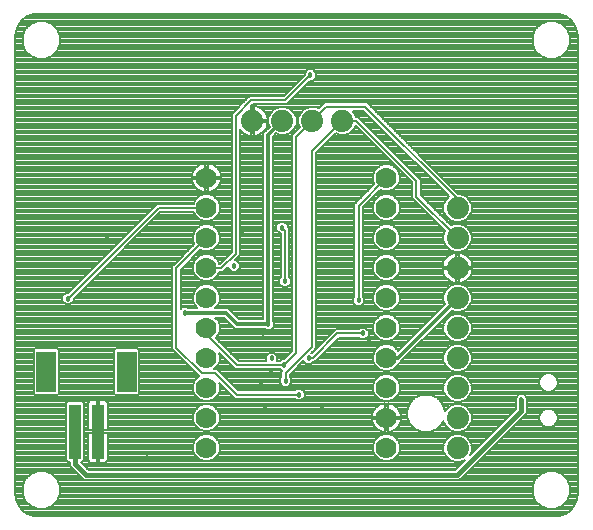
<source format=gbl>
G75*
%MOIN*%
%OFA0B0*%
%FSLAX25Y25*%
%IPPOS*%
%LPD*%
%AMOC8*
5,1,8,0,0,1.08239X$1,22.5*
%
%ADD10C,0.07000*%
%ADD11C,0.07400*%
%ADD12R,0.03937X0.18110*%
%ADD13R,0.06500X0.13800*%
%ADD14C,0.00800*%
%ADD15C,0.01800*%
%ADD16C,0.02178*%
%ADD17C,0.01200*%
%ADD18C,0.01600*%
D10*
X0074000Y0030475D03*
X0074000Y0040475D03*
X0074000Y0050475D03*
X0074000Y0060475D03*
X0074000Y0070475D03*
X0074000Y0080475D03*
X0074000Y0090475D03*
X0074000Y0100475D03*
X0074000Y0110475D03*
X0074000Y0120475D03*
X0134000Y0120475D03*
X0134000Y0110475D03*
X0134000Y0100475D03*
X0134000Y0090475D03*
X0134000Y0080475D03*
X0134000Y0070475D03*
X0134000Y0060475D03*
X0134000Y0050475D03*
X0134000Y0040475D03*
X0134000Y0030475D03*
D11*
X0157700Y0030500D03*
X0157700Y0040500D03*
X0157700Y0050500D03*
X0157700Y0060500D03*
X0157700Y0070500D03*
X0157700Y0080500D03*
X0157700Y0090500D03*
X0157700Y0100500D03*
X0157700Y0110500D03*
X0119350Y0139525D03*
X0109350Y0139525D03*
X0099350Y0139525D03*
X0089350Y0139525D03*
D12*
X0037800Y0035900D03*
X0030200Y0035900D03*
D13*
X0020614Y0055900D03*
X0047386Y0055900D03*
D14*
X0011089Y0011651D02*
X0012419Y0009819D01*
X0014251Y0008489D01*
X0016404Y0007789D01*
X0017536Y0007700D01*
X0190464Y0007700D01*
X0191596Y0007789D01*
X0193749Y0008489D01*
X0195581Y0009819D01*
X0196911Y0011651D01*
X0197611Y0013804D01*
X0197700Y0014936D01*
X0197700Y0167864D01*
X0197611Y0168996D01*
X0196911Y0171149D01*
X0195581Y0172981D01*
X0193749Y0174311D01*
X0191596Y0175011D01*
X0190464Y0175100D01*
X0017535Y0175100D01*
X0016404Y0175011D01*
X0014251Y0174311D01*
X0012419Y0172981D01*
X0011089Y0171149D01*
X0010389Y0168996D01*
X0010300Y0167864D01*
X0010300Y0014935D01*
X0010389Y0013804D01*
X0011089Y0011651D01*
X0011119Y0011609D02*
X0014882Y0011609D01*
X0015431Y0011059D02*
X0017747Y0010100D01*
X0020253Y0010100D01*
X0022569Y0011059D01*
X0024341Y0012831D01*
X0025300Y0015147D01*
X0025300Y0017653D01*
X0024341Y0019969D01*
X0022569Y0021741D01*
X0020253Y0022700D01*
X0017747Y0022700D01*
X0015431Y0021741D01*
X0013659Y0019969D01*
X0012700Y0017653D01*
X0012700Y0015147D01*
X0013659Y0012831D01*
X0015431Y0011059D01*
X0016032Y0010810D02*
X0011699Y0010810D01*
X0012279Y0010012D02*
X0195721Y0010012D01*
X0196301Y0010810D02*
X0191968Y0010810D01*
X0192569Y0011059D02*
X0190253Y0010100D01*
X0187747Y0010100D01*
X0185431Y0011059D01*
X0183659Y0012831D01*
X0182700Y0015147D01*
X0182700Y0017653D01*
X0183659Y0019969D01*
X0185431Y0021741D01*
X0187747Y0022700D01*
X0190253Y0022700D01*
X0192569Y0021741D01*
X0194341Y0019969D01*
X0195300Y0017653D01*
X0195300Y0015147D01*
X0194341Y0012831D01*
X0192569Y0011059D01*
X0193118Y0011609D02*
X0196881Y0011609D01*
X0197157Y0012407D02*
X0193917Y0012407D01*
X0194496Y0013206D02*
X0197417Y0013206D01*
X0197627Y0014004D02*
X0194827Y0014004D01*
X0195158Y0014803D02*
X0197690Y0014803D01*
X0197700Y0015601D02*
X0195300Y0015601D01*
X0195300Y0016400D02*
X0197700Y0016400D01*
X0197700Y0017199D02*
X0195300Y0017199D01*
X0195158Y0017997D02*
X0197700Y0017997D01*
X0197700Y0018796D02*
X0194827Y0018796D01*
X0194496Y0019594D02*
X0197700Y0019594D01*
X0197700Y0020393D02*
X0193917Y0020393D01*
X0193118Y0021191D02*
X0197700Y0021191D01*
X0197700Y0021990D02*
X0191968Y0021990D01*
X0197700Y0022788D02*
X0161534Y0022788D01*
X0162332Y0023587D02*
X0197700Y0023587D01*
X0197700Y0024385D02*
X0163131Y0024385D01*
X0163929Y0025184D02*
X0197700Y0025184D01*
X0197700Y0025982D02*
X0164728Y0025982D01*
X0165526Y0026781D02*
X0197700Y0026781D01*
X0197700Y0027579D02*
X0166325Y0027579D01*
X0167123Y0028378D02*
X0197700Y0028378D01*
X0197700Y0029176D02*
X0167922Y0029176D01*
X0168720Y0029975D02*
X0197700Y0029975D01*
X0197700Y0030773D02*
X0169519Y0030773D01*
X0170317Y0031572D02*
X0197700Y0031572D01*
X0197700Y0032370D02*
X0171116Y0032370D01*
X0171914Y0033169D02*
X0197700Y0033169D01*
X0197700Y0033967D02*
X0172713Y0033967D01*
X0173511Y0034766D02*
X0197700Y0034766D01*
X0197700Y0035564D02*
X0174310Y0035564D01*
X0175108Y0036363D02*
X0197700Y0036363D01*
X0197700Y0037161D02*
X0175907Y0037161D01*
X0176705Y0037960D02*
X0186191Y0037960D01*
X0186260Y0037890D02*
X0187389Y0037423D01*
X0188611Y0037423D01*
X0189740Y0037890D01*
X0190604Y0038755D01*
X0191072Y0039883D01*
X0191072Y0041105D01*
X0190604Y0042234D01*
X0189740Y0043098D01*
X0188611Y0043566D01*
X0187389Y0043566D01*
X0186260Y0043098D01*
X0185396Y0042234D01*
X0184928Y0041105D01*
X0184928Y0039883D01*
X0185396Y0038755D01*
X0186260Y0037890D01*
X0185394Y0038758D02*
X0177504Y0038758D01*
X0178302Y0039557D02*
X0185064Y0039557D01*
X0184928Y0040355D02*
X0179101Y0040355D01*
X0179899Y0041154D02*
X0184948Y0041154D01*
X0185279Y0041952D02*
X0180698Y0041952D01*
X0180800Y0042054D02*
X0180800Y0045513D01*
X0180900Y0045613D01*
X0180900Y0047187D01*
X0179787Y0048300D01*
X0178213Y0048300D01*
X0177100Y0047187D01*
X0177100Y0045613D01*
X0177200Y0045513D01*
X0177200Y0043546D01*
X0161820Y0028166D01*
X0162400Y0029565D01*
X0162400Y0031435D01*
X0161684Y0033162D01*
X0160362Y0034484D01*
X0158635Y0035200D01*
X0156765Y0035200D01*
X0155038Y0034484D01*
X0153716Y0033162D01*
X0153000Y0031435D01*
X0153000Y0029565D01*
X0153716Y0027838D01*
X0155038Y0026516D01*
X0156765Y0025800D01*
X0158635Y0025800D01*
X0160034Y0026380D01*
X0156854Y0023200D01*
X0034746Y0023200D01*
X0032101Y0025845D01*
X0032583Y0025845D01*
X0033168Y0026431D01*
X0033168Y0045369D01*
X0032583Y0045955D01*
X0027817Y0045955D01*
X0027231Y0045369D01*
X0027231Y0026431D01*
X0027817Y0025845D01*
X0028400Y0025845D01*
X0028400Y0024454D01*
X0032200Y0020654D01*
X0033254Y0019600D01*
X0158346Y0019600D01*
X0159400Y0020654D01*
X0180800Y0042054D01*
X0180800Y0042751D02*
X0185912Y0042751D01*
X0187349Y0043549D02*
X0180800Y0043549D01*
X0180800Y0044348D02*
X0197700Y0044348D01*
X0197700Y0045146D02*
X0180800Y0045146D01*
X0180900Y0045945D02*
X0197700Y0045945D01*
X0197700Y0046743D02*
X0180900Y0046743D01*
X0180545Y0047542D02*
X0197700Y0047542D01*
X0197700Y0048340D02*
X0161893Y0048340D01*
X0161684Y0047838D02*
X0162400Y0049565D01*
X0162400Y0051435D01*
X0161684Y0053162D01*
X0160362Y0054484D01*
X0158635Y0055200D01*
X0156765Y0055200D01*
X0155038Y0054484D01*
X0153716Y0053162D01*
X0153000Y0051435D01*
X0153000Y0049565D01*
X0153716Y0047838D01*
X0155038Y0046516D01*
X0156765Y0045800D01*
X0158635Y0045800D01*
X0160362Y0046516D01*
X0161684Y0047838D01*
X0161389Y0047542D02*
X0177455Y0047542D01*
X0177100Y0046743D02*
X0160590Y0046743D01*
X0158985Y0045945D02*
X0177100Y0045945D01*
X0177200Y0045146D02*
X0158764Y0045146D01*
X0158635Y0045200D02*
X0156765Y0045200D01*
X0155038Y0044484D01*
X0153716Y0043162D01*
X0153489Y0042615D01*
X0153489Y0043204D01*
X0152530Y0045520D01*
X0150758Y0047292D01*
X0148442Y0048251D01*
X0145936Y0048251D01*
X0143620Y0047292D01*
X0141848Y0045520D01*
X0140889Y0043204D01*
X0140889Y0040698D01*
X0141848Y0038383D01*
X0143620Y0036610D01*
X0145936Y0035651D01*
X0148442Y0035651D01*
X0150758Y0036610D01*
X0152530Y0038383D01*
X0153010Y0039541D01*
X0153716Y0037838D01*
X0155038Y0036516D01*
X0156765Y0035800D01*
X0158635Y0035800D01*
X0160362Y0036516D01*
X0161684Y0037838D01*
X0162400Y0039565D01*
X0162400Y0041435D01*
X0161684Y0043162D01*
X0160362Y0044484D01*
X0158635Y0045200D01*
X0156636Y0045146D02*
X0152685Y0045146D01*
X0153015Y0044348D02*
X0154901Y0044348D01*
X0154103Y0043549D02*
X0153346Y0043549D01*
X0153489Y0042751D02*
X0153545Y0042751D01*
X0152105Y0045945D02*
X0156415Y0045945D01*
X0154810Y0046743D02*
X0151306Y0046743D01*
X0150154Y0047542D02*
X0154011Y0047542D01*
X0153507Y0048340D02*
X0137987Y0048340D01*
X0137815Y0047926D02*
X0138500Y0049580D01*
X0138500Y0051370D01*
X0137815Y0053024D01*
X0136549Y0054290D01*
X0134895Y0054975D01*
X0133105Y0054975D01*
X0131451Y0054290D01*
X0130185Y0053024D01*
X0129500Y0051370D01*
X0129500Y0049580D01*
X0130185Y0047926D01*
X0131451Y0046660D01*
X0133105Y0045975D01*
X0134895Y0045975D01*
X0136549Y0046660D01*
X0137815Y0047926D01*
X0137431Y0047542D02*
X0144224Y0047542D01*
X0143072Y0046743D02*
X0136632Y0046743D01*
X0135881Y0045016D02*
X0135147Y0045254D01*
X0134400Y0045373D01*
X0134400Y0040875D01*
X0138898Y0040875D01*
X0138779Y0041622D01*
X0138541Y0042356D01*
X0138191Y0043043D01*
X0137738Y0043667D01*
X0137192Y0044212D01*
X0136568Y0044666D01*
X0135881Y0045016D01*
X0135480Y0045146D02*
X0141693Y0045146D01*
X0141363Y0044348D02*
X0137006Y0044348D01*
X0137823Y0043549D02*
X0141032Y0043549D01*
X0140889Y0042751D02*
X0138340Y0042751D01*
X0138672Y0041952D02*
X0140889Y0041952D01*
X0140889Y0041154D02*
X0138854Y0041154D01*
X0138898Y0040075D02*
X0134400Y0040075D01*
X0134400Y0040875D01*
X0133600Y0040875D01*
X0133600Y0045373D01*
X0132853Y0045254D01*
X0132119Y0045016D01*
X0131432Y0044666D01*
X0130808Y0044212D01*
X0130262Y0043667D01*
X0129809Y0043043D01*
X0129459Y0042356D01*
X0129221Y0041622D01*
X0129102Y0040875D01*
X0133600Y0040875D01*
X0133600Y0040075D01*
X0134400Y0040075D01*
X0134400Y0035577D01*
X0135147Y0035696D01*
X0135881Y0035934D01*
X0136568Y0036284D01*
X0137192Y0036737D01*
X0137738Y0037283D01*
X0138191Y0037907D01*
X0138541Y0038594D01*
X0138779Y0039328D01*
X0138898Y0040075D01*
X0138816Y0039557D02*
X0141362Y0039557D01*
X0141031Y0040355D02*
X0134400Y0040355D01*
X0134400Y0039557D02*
X0133600Y0039557D01*
X0133600Y0040075D02*
X0133600Y0035577D01*
X0132853Y0035696D01*
X0132119Y0035934D01*
X0131432Y0036284D01*
X0130808Y0036737D01*
X0130262Y0037283D01*
X0129809Y0037907D01*
X0129459Y0038594D01*
X0129221Y0039328D01*
X0129102Y0040075D01*
X0133600Y0040075D01*
X0133600Y0040355D02*
X0078500Y0040355D01*
X0078500Y0039580D02*
X0077815Y0037926D01*
X0076549Y0036660D01*
X0074895Y0035975D01*
X0073105Y0035975D01*
X0071451Y0036660D01*
X0070185Y0037926D01*
X0069500Y0039580D01*
X0069500Y0041370D01*
X0070185Y0043024D01*
X0071451Y0044290D01*
X0073105Y0044975D01*
X0074895Y0044975D01*
X0076549Y0044290D01*
X0077815Y0043024D01*
X0078500Y0041370D01*
X0078500Y0039580D01*
X0078490Y0039557D02*
X0129184Y0039557D01*
X0129406Y0038758D02*
X0078160Y0038758D01*
X0077829Y0037960D02*
X0129782Y0037960D01*
X0130384Y0037161D02*
X0077050Y0037161D01*
X0075831Y0036363D02*
X0131324Y0036363D01*
X0132600Y0034766D02*
X0075400Y0034766D01*
X0074895Y0034975D02*
X0073105Y0034975D01*
X0071451Y0034290D01*
X0070185Y0033024D01*
X0069500Y0031370D01*
X0069500Y0029580D01*
X0070185Y0027926D01*
X0071451Y0026660D01*
X0073105Y0025975D01*
X0074895Y0025975D01*
X0076549Y0026660D01*
X0077815Y0027926D01*
X0078500Y0029580D01*
X0078500Y0031370D01*
X0077815Y0033024D01*
X0076549Y0034290D01*
X0074895Y0034975D01*
X0076872Y0033967D02*
X0131128Y0033967D01*
X0131451Y0034290D02*
X0130185Y0033024D01*
X0129500Y0031370D01*
X0129500Y0029580D01*
X0130185Y0027926D01*
X0131451Y0026660D01*
X0133105Y0025975D01*
X0134895Y0025975D01*
X0136549Y0026660D01*
X0137815Y0027926D01*
X0138500Y0029580D01*
X0138500Y0031370D01*
X0137815Y0033024D01*
X0136549Y0034290D01*
X0134895Y0034975D01*
X0133105Y0034975D01*
X0131451Y0034290D01*
X0130330Y0033169D02*
X0077670Y0033169D01*
X0078086Y0032370D02*
X0129914Y0032370D01*
X0129584Y0031572D02*
X0078416Y0031572D01*
X0078500Y0030773D02*
X0129500Y0030773D01*
X0129500Y0029975D02*
X0078500Y0029975D01*
X0078333Y0029176D02*
X0129667Y0029176D01*
X0129998Y0028378D02*
X0078002Y0028378D01*
X0077468Y0027579D02*
X0130532Y0027579D01*
X0131330Y0026781D02*
X0076670Y0026781D01*
X0074912Y0025982D02*
X0133088Y0025982D01*
X0134912Y0025982D02*
X0156325Y0025982D01*
X0154773Y0026781D02*
X0136670Y0026781D01*
X0137468Y0027579D02*
X0153974Y0027579D01*
X0153492Y0028378D02*
X0138002Y0028378D01*
X0138333Y0029176D02*
X0153161Y0029176D01*
X0153000Y0029975D02*
X0138500Y0029975D01*
X0138500Y0030773D02*
X0153000Y0030773D01*
X0153057Y0031572D02*
X0138416Y0031572D01*
X0138086Y0032370D02*
X0153387Y0032370D01*
X0153722Y0033169D02*
X0137670Y0033169D01*
X0136872Y0033967D02*
X0154520Y0033967D01*
X0155717Y0034766D02*
X0135400Y0034766D01*
X0134400Y0036363D02*
X0133600Y0036363D01*
X0133600Y0037161D02*
X0134400Y0037161D01*
X0134400Y0037960D02*
X0133600Y0037960D01*
X0133600Y0038758D02*
X0134400Y0038758D01*
X0134400Y0041154D02*
X0133600Y0041154D01*
X0133600Y0041952D02*
X0134400Y0041952D01*
X0134400Y0042751D02*
X0133600Y0042751D01*
X0133600Y0043549D02*
X0134400Y0043549D01*
X0134400Y0044348D02*
X0133600Y0044348D01*
X0133600Y0045146D02*
X0134400Y0045146D01*
X0132520Y0045146D02*
X0041167Y0045146D01*
X0041168Y0045139D02*
X0041073Y0045495D01*
X0040889Y0045815D01*
X0040628Y0046075D01*
X0040309Y0046260D01*
X0039953Y0046355D01*
X0038200Y0046355D01*
X0038200Y0036300D01*
X0037400Y0036300D01*
X0037400Y0046355D01*
X0035647Y0046355D01*
X0035291Y0046260D01*
X0034972Y0046075D01*
X0034711Y0045815D01*
X0034527Y0045495D01*
X0034431Y0045139D01*
X0034431Y0036300D01*
X0037400Y0036300D01*
X0037400Y0035500D01*
X0034431Y0035500D01*
X0034431Y0026661D01*
X0034527Y0026304D01*
X0034711Y0025985D01*
X0034972Y0025725D01*
X0035291Y0025540D01*
X0035647Y0025445D01*
X0037400Y0025445D01*
X0037400Y0035500D01*
X0038200Y0035500D01*
X0038200Y0036300D01*
X0041168Y0036300D01*
X0041168Y0045139D01*
X0041168Y0044348D02*
X0071591Y0044348D01*
X0070710Y0043549D02*
X0041168Y0043549D01*
X0041168Y0042751D02*
X0070072Y0042751D01*
X0069741Y0041952D02*
X0041168Y0041952D01*
X0041168Y0041154D02*
X0069500Y0041154D01*
X0069500Y0040355D02*
X0041168Y0040355D01*
X0041168Y0039557D02*
X0069510Y0039557D01*
X0069840Y0038758D02*
X0041168Y0038758D01*
X0041168Y0037960D02*
X0070171Y0037960D01*
X0070950Y0037161D02*
X0041168Y0037161D01*
X0041168Y0036363D02*
X0072169Y0036363D01*
X0072600Y0034766D02*
X0041168Y0034766D01*
X0041168Y0035500D02*
X0038200Y0035500D01*
X0038200Y0025445D01*
X0039953Y0025445D01*
X0040309Y0025540D01*
X0040628Y0025725D01*
X0040889Y0025985D01*
X0041073Y0026304D01*
X0041168Y0026661D01*
X0041168Y0035500D01*
X0041168Y0033967D02*
X0071128Y0033967D01*
X0070330Y0033169D02*
X0041168Y0033169D01*
X0041168Y0032370D02*
X0069914Y0032370D01*
X0069584Y0031572D02*
X0041168Y0031572D01*
X0041168Y0030773D02*
X0069500Y0030773D01*
X0069500Y0029975D02*
X0041168Y0029975D01*
X0041168Y0029176D02*
X0069667Y0029176D01*
X0069998Y0028378D02*
X0041168Y0028378D01*
X0041168Y0027579D02*
X0070532Y0027579D01*
X0071330Y0026781D02*
X0041168Y0026781D01*
X0040886Y0025982D02*
X0073088Y0025982D01*
X0078500Y0041154D02*
X0129146Y0041154D01*
X0129328Y0041952D02*
X0078259Y0041952D01*
X0077928Y0042751D02*
X0129660Y0042751D01*
X0130177Y0043549D02*
X0077290Y0043549D01*
X0076409Y0044348D02*
X0130994Y0044348D01*
X0131368Y0046743D02*
X0105991Y0046743D01*
X0105587Y0046339D02*
X0106700Y0047452D01*
X0106700Y0049026D01*
X0105587Y0050139D01*
X0104013Y0050139D01*
X0103513Y0049639D01*
X0084680Y0049639D01*
X0078419Y0055899D01*
X0077599Y0056719D01*
X0076608Y0056719D01*
X0077815Y0057926D01*
X0078500Y0059580D01*
X0078500Y0061370D01*
X0078199Y0062096D01*
X0083557Y0056738D01*
X0098560Y0056738D01*
X0099060Y0056238D01*
X0099233Y0056238D01*
X0099025Y0056030D01*
X0099025Y0054037D01*
X0098525Y0053537D01*
X0098525Y0051963D01*
X0099638Y0050850D01*
X0101212Y0050850D01*
X0102325Y0051963D01*
X0102325Y0053537D01*
X0101825Y0054037D01*
X0101825Y0054870D01*
X0106334Y0059379D01*
X0107244Y0058469D01*
X0108818Y0058469D01*
X0109318Y0058969D01*
X0110011Y0058969D01*
X0110831Y0059789D01*
X0118242Y0067200D01*
X0124913Y0067200D01*
X0125413Y0066700D01*
X0126987Y0066700D01*
X0128100Y0067813D01*
X0128100Y0069387D01*
X0126987Y0070500D01*
X0125413Y0070500D01*
X0124913Y0070000D01*
X0117082Y0070000D01*
X0116262Y0069180D01*
X0109085Y0062002D01*
X0109021Y0062066D01*
X0109730Y0062775D01*
X0110550Y0063595D01*
X0110550Y0128745D01*
X0117153Y0135348D01*
X0118415Y0134825D01*
X0120285Y0134825D01*
X0122012Y0135541D01*
X0123334Y0136863D01*
X0123729Y0137816D01*
X0142600Y0118945D01*
X0142600Y0113620D01*
X0143420Y0112800D01*
X0153523Y0102697D01*
X0153000Y0101435D01*
X0153000Y0099565D01*
X0153716Y0097838D01*
X0155038Y0096516D01*
X0156765Y0095800D01*
X0158635Y0095800D01*
X0160362Y0096516D01*
X0161684Y0097838D01*
X0162400Y0099565D01*
X0162400Y0101435D01*
X0161684Y0103162D01*
X0160362Y0104484D01*
X0158635Y0105200D01*
X0156765Y0105200D01*
X0155503Y0104677D01*
X0145400Y0114780D01*
X0145400Y0120105D01*
X0144580Y0120925D01*
X0124580Y0140925D01*
X0123857Y0140925D01*
X0123334Y0142187D01*
X0122697Y0142825D01*
X0126275Y0142825D01*
X0154827Y0114273D01*
X0153716Y0113162D01*
X0153000Y0111435D01*
X0153000Y0109565D01*
X0153716Y0107838D01*
X0155038Y0106516D01*
X0156765Y0105800D01*
X0158635Y0105800D01*
X0160362Y0106516D01*
X0161684Y0107838D01*
X0162400Y0109565D01*
X0162400Y0111435D01*
X0161684Y0113162D01*
X0160362Y0114484D01*
X0158635Y0115200D01*
X0157860Y0115200D01*
X0127435Y0145625D01*
X0113423Y0145625D01*
X0112603Y0144805D01*
X0111514Y0143716D01*
X0110285Y0144225D01*
X0108415Y0144225D01*
X0106688Y0143509D01*
X0105366Y0142187D01*
X0104650Y0140460D01*
X0104650Y0138590D01*
X0105173Y0137328D01*
X0102447Y0134602D01*
X0102447Y0062718D01*
X0099767Y0060038D01*
X0099060Y0060038D01*
X0098560Y0059538D01*
X0097625Y0059538D01*
X0097625Y0061062D01*
X0096512Y0062175D01*
X0094938Y0062175D01*
X0093825Y0061062D01*
X0093825Y0059538D01*
X0084717Y0059538D01*
X0077072Y0067183D01*
X0077815Y0067926D01*
X0078500Y0069580D01*
X0078500Y0071370D01*
X0077815Y0073024D01*
X0076939Y0073900D01*
X0079839Y0073900D01*
X0083639Y0070100D01*
X0093538Y0070100D01*
X0093838Y0069800D01*
X0095412Y0069800D01*
X0096525Y0070913D01*
X0096525Y0072487D01*
X0096225Y0072787D01*
X0096225Y0134137D01*
X0097353Y0135265D01*
X0098415Y0134825D01*
X0100285Y0134825D01*
X0102012Y0135541D01*
X0103334Y0136863D01*
X0104050Y0138590D01*
X0104050Y0140460D01*
X0103334Y0142187D01*
X0102012Y0143509D01*
X0100285Y0144225D01*
X0098415Y0144225D01*
X0096688Y0143509D01*
X0095366Y0142187D01*
X0094650Y0140460D01*
X0094650Y0138590D01*
X0095090Y0137528D01*
X0093025Y0135463D01*
X0093025Y0073300D01*
X0084964Y0073300D01*
X0081164Y0077100D01*
X0076989Y0077100D01*
X0077815Y0077926D01*
X0078500Y0079580D01*
X0078500Y0081370D01*
X0077815Y0083024D01*
X0076549Y0084290D01*
X0074895Y0084975D01*
X0073105Y0084975D01*
X0071451Y0084290D01*
X0070185Y0083024D01*
X0069500Y0081370D01*
X0069500Y0079580D01*
X0070185Y0077926D01*
X0071011Y0077100D01*
X0067787Y0077100D01*
X0067487Y0077400D01*
X0065913Y0077400D01*
X0065400Y0076887D01*
X0065400Y0089895D01*
X0071956Y0096451D01*
X0073105Y0095975D01*
X0074895Y0095975D01*
X0076549Y0096660D01*
X0077815Y0097926D01*
X0078500Y0099580D01*
X0078500Y0101370D01*
X0077815Y0103024D01*
X0076549Y0104290D01*
X0074895Y0104975D01*
X0073105Y0104975D01*
X0071451Y0104290D01*
X0070185Y0103024D01*
X0069500Y0101370D01*
X0069500Y0099580D01*
X0069976Y0098431D01*
X0063420Y0091875D01*
X0062600Y0091055D01*
X0062600Y0063320D01*
X0071578Y0054342D01*
X0071451Y0054290D01*
X0070185Y0053024D01*
X0069500Y0051370D01*
X0069500Y0049580D01*
X0070185Y0047926D01*
X0071451Y0046660D01*
X0073105Y0045975D01*
X0074895Y0045975D01*
X0076549Y0046660D01*
X0077815Y0047926D01*
X0078500Y0049580D01*
X0078500Y0051370D01*
X0078154Y0052205D01*
X0083520Y0046839D01*
X0103513Y0046839D01*
X0104013Y0046339D01*
X0105587Y0046339D01*
X0106700Y0047542D02*
X0130569Y0047542D01*
X0130013Y0048340D02*
X0106700Y0048340D01*
X0106587Y0049139D02*
X0129683Y0049139D01*
X0129500Y0049937D02*
X0105788Y0049937D01*
X0104800Y0048239D02*
X0084100Y0048239D01*
X0077019Y0055319D01*
X0072581Y0055319D01*
X0064000Y0063900D01*
X0064000Y0090475D01*
X0074000Y0100475D01*
X0078113Y0098647D02*
X0082361Y0098647D01*
X0082361Y0099445D02*
X0078444Y0099445D01*
X0078500Y0100244D02*
X0082361Y0100244D01*
X0082361Y0101042D02*
X0078500Y0101042D01*
X0078305Y0101841D02*
X0082361Y0101841D01*
X0082361Y0102639D02*
X0077974Y0102639D01*
X0077401Y0103438D02*
X0082361Y0103438D01*
X0082361Y0104236D02*
X0076603Y0104236D01*
X0076481Y0106632D02*
X0082361Y0106632D01*
X0082361Y0107430D02*
X0077319Y0107430D01*
X0077815Y0107926D02*
X0076549Y0106660D01*
X0074895Y0105975D01*
X0073105Y0105975D01*
X0071451Y0106660D01*
X0070185Y0107926D01*
X0069709Y0109075D01*
X0058655Y0109075D01*
X0029742Y0080162D01*
X0029742Y0079455D01*
X0028629Y0078342D01*
X0027055Y0078342D01*
X0025942Y0079455D01*
X0025942Y0081029D01*
X0027055Y0082142D01*
X0027762Y0082142D01*
X0057495Y0111875D01*
X0069709Y0111875D01*
X0070185Y0113024D01*
X0071451Y0114290D01*
X0073105Y0114975D01*
X0074895Y0114975D01*
X0076549Y0114290D01*
X0077815Y0113024D01*
X0078500Y0111370D01*
X0078500Y0109580D01*
X0077815Y0107926D01*
X0077940Y0108229D02*
X0082361Y0108229D01*
X0082361Y0109027D02*
X0078271Y0109027D01*
X0078500Y0109826D02*
X0082361Y0109826D01*
X0082361Y0110624D02*
X0078500Y0110624D01*
X0078478Y0111423D02*
X0082361Y0111423D01*
X0082361Y0112221D02*
X0078147Y0112221D01*
X0077817Y0113020D02*
X0082361Y0113020D01*
X0082361Y0113818D02*
X0077021Y0113818D01*
X0075760Y0114617D02*
X0082361Y0114617D01*
X0082361Y0115415D02*
X0010300Y0115415D01*
X0010300Y0114617D02*
X0072240Y0114617D01*
X0072853Y0115696D02*
X0073600Y0115577D01*
X0073600Y0120075D01*
X0074400Y0120075D01*
X0074400Y0120875D01*
X0078898Y0120875D01*
X0078779Y0121622D01*
X0078541Y0122356D01*
X0078191Y0123043D01*
X0077738Y0123667D01*
X0077192Y0124212D01*
X0076568Y0124666D01*
X0075881Y0125016D01*
X0075147Y0125254D01*
X0074400Y0125373D01*
X0074400Y0120875D01*
X0073600Y0120875D01*
X0073600Y0125373D01*
X0072853Y0125254D01*
X0072119Y0125016D01*
X0071432Y0124666D01*
X0070808Y0124212D01*
X0070262Y0123667D01*
X0069809Y0123043D01*
X0069459Y0122356D01*
X0069221Y0121622D01*
X0069102Y0120875D01*
X0073600Y0120875D01*
X0073600Y0120075D01*
X0069102Y0120075D01*
X0069221Y0119328D01*
X0069459Y0118594D01*
X0069809Y0117907D01*
X0070262Y0117283D01*
X0070808Y0116737D01*
X0071432Y0116284D01*
X0072119Y0115934D01*
X0072853Y0115696D01*
X0073600Y0116214D02*
X0074400Y0116214D01*
X0074400Y0115577D02*
X0075147Y0115696D01*
X0075881Y0115934D01*
X0076568Y0116284D01*
X0077192Y0116737D01*
X0077738Y0117283D01*
X0078191Y0117907D01*
X0078541Y0118594D01*
X0078779Y0119328D01*
X0078898Y0120075D01*
X0074400Y0120075D01*
X0074400Y0115577D01*
X0074400Y0117012D02*
X0073600Y0117012D01*
X0073600Y0117811D02*
X0074400Y0117811D01*
X0074400Y0118609D02*
X0073600Y0118609D01*
X0073600Y0119408D02*
X0074400Y0119408D01*
X0074400Y0120206D02*
X0082361Y0120206D01*
X0082361Y0119408D02*
X0078792Y0119408D01*
X0078546Y0118609D02*
X0082361Y0118609D01*
X0082361Y0117811D02*
X0078121Y0117811D01*
X0077467Y0117012D02*
X0082361Y0117012D01*
X0082361Y0116214D02*
X0076430Y0116214D01*
X0071570Y0116214D02*
X0010300Y0116214D01*
X0010300Y0117012D02*
X0070533Y0117012D01*
X0069879Y0117811D02*
X0010300Y0117811D01*
X0010300Y0118609D02*
X0069454Y0118609D01*
X0069208Y0119408D02*
X0010300Y0119408D01*
X0010300Y0120206D02*
X0073600Y0120206D01*
X0073600Y0121005D02*
X0074400Y0121005D01*
X0074400Y0121803D02*
X0073600Y0121803D01*
X0073600Y0122602D02*
X0074400Y0122602D01*
X0074400Y0123401D02*
X0073600Y0123401D01*
X0073600Y0124199D02*
X0074400Y0124199D01*
X0074400Y0124998D02*
X0073600Y0124998D01*
X0072083Y0124998D02*
X0010300Y0124998D01*
X0010300Y0125796D02*
X0082361Y0125796D01*
X0082361Y0124998D02*
X0075917Y0124998D01*
X0077206Y0124199D02*
X0082361Y0124199D01*
X0082361Y0123401D02*
X0077931Y0123401D01*
X0078416Y0122602D02*
X0082361Y0122602D01*
X0082361Y0121803D02*
X0078720Y0121803D01*
X0078877Y0121005D02*
X0082361Y0121005D01*
X0085161Y0121005D02*
X0093025Y0121005D01*
X0093025Y0121803D02*
X0085161Y0121803D01*
X0085161Y0122602D02*
X0093025Y0122602D01*
X0093025Y0123401D02*
X0085161Y0123401D01*
X0085161Y0124199D02*
X0093025Y0124199D01*
X0093025Y0124998D02*
X0085161Y0124998D01*
X0085161Y0125796D02*
X0093025Y0125796D01*
X0093025Y0126595D02*
X0085161Y0126595D01*
X0085161Y0127393D02*
X0093025Y0127393D01*
X0093025Y0128192D02*
X0085161Y0128192D01*
X0085161Y0128990D02*
X0093025Y0128990D01*
X0093025Y0129789D02*
X0085161Y0129789D01*
X0085161Y0130587D02*
X0093025Y0130587D01*
X0093025Y0131386D02*
X0085161Y0131386D01*
X0085161Y0132184D02*
X0093025Y0132184D01*
X0093025Y0132983D02*
X0085161Y0132983D01*
X0085161Y0133781D02*
X0093025Y0133781D01*
X0093025Y0134580D02*
X0090634Y0134580D01*
X0090544Y0134551D02*
X0091308Y0134799D01*
X0092023Y0135163D01*
X0092672Y0135635D01*
X0093240Y0136203D01*
X0093712Y0136852D01*
X0094076Y0137567D01*
X0094324Y0138331D01*
X0094450Y0139124D01*
X0094450Y0139125D01*
X0089750Y0139125D01*
X0089750Y0139925D01*
X0088950Y0139925D01*
X0088950Y0144370D01*
X0089580Y0145000D01*
X0100880Y0145000D01*
X0108680Y0152800D01*
X0109387Y0152800D01*
X0110500Y0153913D01*
X0110500Y0155487D01*
X0109387Y0156600D01*
X0107813Y0156600D01*
X0106700Y0155487D01*
X0106700Y0154780D01*
X0099720Y0147800D01*
X0088420Y0147800D01*
X0087600Y0146980D01*
X0082361Y0141741D01*
X0082361Y0095816D01*
X0078420Y0091875D01*
X0078291Y0091875D01*
X0077815Y0093024D01*
X0076549Y0094290D01*
X0074895Y0094975D01*
X0073105Y0094975D01*
X0071451Y0094290D01*
X0070185Y0093024D01*
X0069500Y0091370D01*
X0069500Y0089580D01*
X0070185Y0087926D01*
X0071451Y0086660D01*
X0073105Y0085975D01*
X0074895Y0085975D01*
X0076549Y0086660D01*
X0077815Y0087926D01*
X0078291Y0089075D01*
X0079580Y0089075D01*
X0081338Y0090833D01*
X0081338Y0090263D01*
X0082450Y0089150D01*
X0084024Y0089150D01*
X0085137Y0090263D01*
X0085137Y0091837D01*
X0084024Y0092950D01*
X0083455Y0092950D01*
X0084341Y0093836D01*
X0085161Y0094656D01*
X0085161Y0136614D01*
X0085460Y0136203D01*
X0086028Y0135635D01*
X0086677Y0135163D01*
X0087392Y0134799D01*
X0088156Y0134551D01*
X0088949Y0134425D01*
X0088950Y0134425D01*
X0088950Y0139125D01*
X0089750Y0139125D01*
X0089750Y0134425D01*
X0089751Y0134425D01*
X0090544Y0134551D01*
X0089750Y0134580D02*
X0088950Y0134580D01*
X0088950Y0135378D02*
X0089750Y0135378D01*
X0089750Y0136177D02*
X0088950Y0136177D01*
X0088950Y0136975D02*
X0089750Y0136975D01*
X0089750Y0137774D02*
X0088950Y0137774D01*
X0088950Y0138572D02*
X0089750Y0138572D01*
X0089750Y0139371D02*
X0094650Y0139371D01*
X0094450Y0139925D02*
X0094450Y0139926D01*
X0094324Y0140719D01*
X0094076Y0141483D01*
X0093712Y0142198D01*
X0093240Y0142847D01*
X0092672Y0143415D01*
X0092023Y0143887D01*
X0091308Y0144251D01*
X0090544Y0144499D01*
X0089751Y0144625D01*
X0089750Y0144625D01*
X0089750Y0139925D01*
X0094450Y0139925D01*
X0094412Y0140169D02*
X0094650Y0140169D01*
X0094860Y0140968D02*
X0094244Y0140968D01*
X0093932Y0141766D02*
X0095191Y0141766D01*
X0095743Y0142565D02*
X0093445Y0142565D01*
X0092724Y0143363D02*
X0096541Y0143363D01*
X0098263Y0144162D02*
X0091483Y0144162D01*
X0089750Y0144162D02*
X0088950Y0144162D01*
X0088950Y0143363D02*
X0089750Y0143363D01*
X0089750Y0142565D02*
X0088950Y0142565D01*
X0088950Y0141766D02*
X0089750Y0141766D01*
X0089750Y0140968D02*
X0088950Y0140968D01*
X0088950Y0140169D02*
X0089750Y0140169D01*
X0089540Y0144960D02*
X0112759Y0144960D01*
X0112603Y0144805D02*
X0112603Y0144805D01*
X0111960Y0144162D02*
X0110437Y0144162D01*
X0108263Y0144162D02*
X0100437Y0144162D01*
X0102158Y0143363D02*
X0106541Y0143363D01*
X0105743Y0142565D02*
X0102957Y0142565D01*
X0103509Y0141766D02*
X0105191Y0141766D01*
X0104860Y0140968D02*
X0103840Y0140968D01*
X0104050Y0140169D02*
X0104650Y0140169D01*
X0104650Y0139371D02*
X0104050Y0139371D01*
X0104043Y0138572D02*
X0104657Y0138572D01*
X0104988Y0137774D02*
X0103712Y0137774D01*
X0103381Y0136975D02*
X0104820Y0136975D01*
X0104022Y0136177D02*
X0102648Y0136177D01*
X0103223Y0135378D02*
X0101620Y0135378D01*
X0102447Y0134580D02*
X0096667Y0134580D01*
X0096225Y0133781D02*
X0102447Y0133781D01*
X0102447Y0132983D02*
X0096225Y0132983D01*
X0096225Y0132184D02*
X0102447Y0132184D01*
X0102447Y0131386D02*
X0096225Y0131386D01*
X0096225Y0130587D02*
X0102447Y0130587D01*
X0102447Y0129789D02*
X0096225Y0129789D01*
X0096225Y0128990D02*
X0102447Y0128990D01*
X0102447Y0128192D02*
X0096225Y0128192D01*
X0096225Y0127393D02*
X0102447Y0127393D01*
X0102447Y0126595D02*
X0096225Y0126595D01*
X0096225Y0125796D02*
X0102447Y0125796D01*
X0102447Y0124998D02*
X0096225Y0124998D01*
X0096225Y0124199D02*
X0102447Y0124199D01*
X0102447Y0123401D02*
X0096225Y0123401D01*
X0096225Y0122602D02*
X0102447Y0122602D01*
X0102447Y0121803D02*
X0096225Y0121803D01*
X0096225Y0121005D02*
X0102447Y0121005D01*
X0102447Y0120206D02*
X0096225Y0120206D01*
X0096225Y0119408D02*
X0102447Y0119408D01*
X0102447Y0118609D02*
X0096225Y0118609D01*
X0096225Y0117811D02*
X0102447Y0117811D01*
X0102447Y0117012D02*
X0096225Y0117012D01*
X0096225Y0116214D02*
X0102447Y0116214D01*
X0102447Y0115415D02*
X0096225Y0115415D01*
X0096225Y0114617D02*
X0102447Y0114617D01*
X0102447Y0113818D02*
X0096225Y0113818D01*
X0096225Y0113020D02*
X0102447Y0113020D01*
X0102447Y0112221D02*
X0096225Y0112221D01*
X0096225Y0111423D02*
X0102447Y0111423D01*
X0102447Y0110624D02*
X0096225Y0110624D01*
X0096225Y0109826D02*
X0102447Y0109826D01*
X0102447Y0109027D02*
X0096225Y0109027D01*
X0096225Y0108229D02*
X0102447Y0108229D01*
X0102447Y0107430D02*
X0096225Y0107430D01*
X0096225Y0106632D02*
X0102447Y0106632D01*
X0102447Y0105833D02*
X0096225Y0105833D01*
X0096225Y0105035D02*
X0097648Y0105035D01*
X0097300Y0104687D02*
X0097300Y0103113D01*
X0098413Y0102000D01*
X0098800Y0102000D01*
X0098800Y0087262D01*
X0098300Y0086762D01*
X0098300Y0085188D01*
X0099413Y0084075D01*
X0100987Y0084075D01*
X0102100Y0085188D01*
X0102100Y0086762D01*
X0101600Y0087262D01*
X0101600Y0103480D01*
X0101100Y0103980D01*
X0101100Y0104687D01*
X0099987Y0105800D01*
X0098413Y0105800D01*
X0097300Y0104687D01*
X0097300Y0104236D02*
X0096225Y0104236D01*
X0096225Y0103438D02*
X0097300Y0103438D01*
X0097774Y0102639D02*
X0096225Y0102639D01*
X0096225Y0101841D02*
X0098800Y0101841D01*
X0098800Y0101042D02*
X0096225Y0101042D01*
X0096225Y0100244D02*
X0098800Y0100244D01*
X0098800Y0099445D02*
X0096225Y0099445D01*
X0096225Y0098647D02*
X0098800Y0098647D01*
X0098800Y0097848D02*
X0096225Y0097848D01*
X0096225Y0097050D02*
X0098800Y0097050D01*
X0098800Y0096251D02*
X0096225Y0096251D01*
X0096225Y0095453D02*
X0098800Y0095453D01*
X0098800Y0094654D02*
X0096225Y0094654D01*
X0096225Y0093856D02*
X0098800Y0093856D01*
X0098800Y0093057D02*
X0096225Y0093057D01*
X0096225Y0092259D02*
X0098800Y0092259D01*
X0098800Y0091460D02*
X0096225Y0091460D01*
X0096225Y0090662D02*
X0098800Y0090662D01*
X0098800Y0089863D02*
X0096225Y0089863D01*
X0096225Y0089065D02*
X0098800Y0089065D01*
X0098800Y0088266D02*
X0096225Y0088266D01*
X0096225Y0087468D02*
X0098800Y0087468D01*
X0098300Y0086669D02*
X0096225Y0086669D01*
X0096225Y0085870D02*
X0098300Y0085870D01*
X0098416Y0085072D02*
X0096225Y0085072D01*
X0096225Y0084273D02*
X0099215Y0084273D01*
X0100200Y0085975D02*
X0100200Y0102900D01*
X0099200Y0103900D01*
X0100752Y0105035D02*
X0102447Y0105035D01*
X0102447Y0104236D02*
X0101100Y0104236D01*
X0101600Y0103438D02*
X0102447Y0103438D01*
X0102447Y0102639D02*
X0101600Y0102639D01*
X0101600Y0101841D02*
X0102447Y0101841D01*
X0102447Y0101042D02*
X0101600Y0101042D01*
X0101600Y0100244D02*
X0102447Y0100244D01*
X0102447Y0099445D02*
X0101600Y0099445D01*
X0101600Y0098647D02*
X0102447Y0098647D01*
X0102447Y0097848D02*
X0101600Y0097848D01*
X0101600Y0097050D02*
X0102447Y0097050D01*
X0102447Y0096251D02*
X0101600Y0096251D01*
X0101600Y0095453D02*
X0102447Y0095453D01*
X0102447Y0094654D02*
X0101600Y0094654D01*
X0101600Y0093856D02*
X0102447Y0093856D01*
X0102447Y0093057D02*
X0101600Y0093057D01*
X0101600Y0092259D02*
X0102447Y0092259D01*
X0102447Y0091460D02*
X0101600Y0091460D01*
X0101600Y0090662D02*
X0102447Y0090662D01*
X0102447Y0089863D02*
X0101600Y0089863D01*
X0101600Y0089065D02*
X0102447Y0089065D01*
X0102447Y0088266D02*
X0101600Y0088266D01*
X0101600Y0087468D02*
X0102447Y0087468D01*
X0102447Y0086669D02*
X0102100Y0086669D01*
X0102100Y0085870D02*
X0102447Y0085870D01*
X0102447Y0085072D02*
X0101984Y0085072D01*
X0102447Y0084273D02*
X0101185Y0084273D01*
X0102447Y0083475D02*
X0096225Y0083475D01*
X0096225Y0082676D02*
X0102447Y0082676D01*
X0102447Y0081878D02*
X0096225Y0081878D01*
X0096225Y0081079D02*
X0102447Y0081079D01*
X0102447Y0080281D02*
X0096225Y0080281D01*
X0096225Y0079482D02*
X0102447Y0079482D01*
X0102447Y0078684D02*
X0096225Y0078684D01*
X0096225Y0077885D02*
X0102447Y0077885D01*
X0102447Y0077087D02*
X0096225Y0077087D01*
X0096225Y0076288D02*
X0102447Y0076288D01*
X0102447Y0075490D02*
X0096225Y0075490D01*
X0096225Y0074691D02*
X0102447Y0074691D01*
X0102447Y0073893D02*
X0096225Y0073893D01*
X0096225Y0073094D02*
X0102447Y0073094D01*
X0102447Y0072296D02*
X0096525Y0072296D01*
X0096525Y0071497D02*
X0102447Y0071497D01*
X0102447Y0070699D02*
X0096311Y0070699D01*
X0095512Y0069900D02*
X0102447Y0069900D01*
X0102447Y0069102D02*
X0078302Y0069102D01*
X0078500Y0069900D02*
X0093738Y0069900D01*
X0093025Y0073893D02*
X0084372Y0073893D01*
X0083573Y0074691D02*
X0093025Y0074691D01*
X0093025Y0075490D02*
X0082774Y0075490D01*
X0081976Y0076288D02*
X0093025Y0076288D01*
X0093025Y0077087D02*
X0081177Y0077087D01*
X0078129Y0078684D02*
X0093025Y0078684D01*
X0093025Y0079482D02*
X0078460Y0079482D01*
X0078500Y0080281D02*
X0093025Y0080281D01*
X0093025Y0081079D02*
X0078500Y0081079D01*
X0078290Y0081878D02*
X0093025Y0081878D01*
X0093025Y0082676D02*
X0077959Y0082676D01*
X0077364Y0083475D02*
X0093025Y0083475D01*
X0093025Y0084273D02*
X0076565Y0084273D01*
X0076558Y0086669D02*
X0093025Y0086669D01*
X0093025Y0087468D02*
X0077356Y0087468D01*
X0077956Y0088266D02*
X0093025Y0088266D01*
X0093025Y0089065D02*
X0078287Y0089065D01*
X0079000Y0090475D02*
X0074000Y0090475D01*
X0078132Y0092259D02*
X0078804Y0092259D01*
X0079602Y0093057D02*
X0077782Y0093057D01*
X0076983Y0093856D02*
X0080401Y0093856D01*
X0081199Y0094654D02*
X0075670Y0094654D01*
X0075562Y0096251D02*
X0082361Y0096251D01*
X0082361Y0097050D02*
X0076939Y0097050D01*
X0077737Y0097848D02*
X0082361Y0097848D01*
X0081998Y0095453D02*
X0070958Y0095453D01*
X0071756Y0096251D02*
X0072438Y0096251D01*
X0072330Y0094654D02*
X0070159Y0094654D01*
X0069360Y0093856D02*
X0071017Y0093856D01*
X0070218Y0093057D02*
X0068562Y0093057D01*
X0067763Y0092259D02*
X0069868Y0092259D01*
X0069537Y0091460D02*
X0066965Y0091460D01*
X0066166Y0090662D02*
X0069500Y0090662D01*
X0069500Y0089863D02*
X0065400Y0089863D01*
X0065400Y0089065D02*
X0069713Y0089065D01*
X0070044Y0088266D02*
X0065400Y0088266D01*
X0065400Y0087468D02*
X0070644Y0087468D01*
X0071442Y0086669D02*
X0065400Y0086669D01*
X0065400Y0085870D02*
X0093025Y0085870D01*
X0093025Y0085072D02*
X0065400Y0085072D01*
X0065400Y0084273D02*
X0071434Y0084273D01*
X0070636Y0083475D02*
X0065400Y0083475D01*
X0065400Y0082676D02*
X0070041Y0082676D01*
X0069710Y0081878D02*
X0065400Y0081878D01*
X0065400Y0081079D02*
X0069500Y0081079D01*
X0069500Y0080281D02*
X0065400Y0080281D01*
X0065400Y0079482D02*
X0069540Y0079482D01*
X0069871Y0078684D02*
X0065400Y0078684D01*
X0065400Y0077885D02*
X0070226Y0077885D01*
X0065600Y0077087D02*
X0065400Y0077087D01*
X0062600Y0077087D02*
X0010300Y0077087D01*
X0010300Y0077885D02*
X0062600Y0077885D01*
X0062600Y0078684D02*
X0028971Y0078684D01*
X0029742Y0079482D02*
X0062600Y0079482D01*
X0062600Y0080281D02*
X0029861Y0080281D01*
X0030659Y0081079D02*
X0062600Y0081079D01*
X0062600Y0081878D02*
X0031458Y0081878D01*
X0032256Y0082676D02*
X0062600Y0082676D01*
X0062600Y0083475D02*
X0033055Y0083475D01*
X0033853Y0084273D02*
X0062600Y0084273D01*
X0062600Y0085072D02*
X0034652Y0085072D01*
X0035450Y0085870D02*
X0062600Y0085870D01*
X0062600Y0086669D02*
X0036249Y0086669D01*
X0037047Y0087468D02*
X0062600Y0087468D01*
X0062600Y0088266D02*
X0037846Y0088266D01*
X0038644Y0089065D02*
X0062600Y0089065D01*
X0062600Y0089863D02*
X0039443Y0089863D01*
X0040241Y0090662D02*
X0062600Y0090662D01*
X0063005Y0091460D02*
X0041040Y0091460D01*
X0041838Y0092259D02*
X0063804Y0092259D01*
X0064602Y0093057D02*
X0042637Y0093057D01*
X0043435Y0093856D02*
X0065401Y0093856D01*
X0066199Y0094654D02*
X0044234Y0094654D01*
X0045033Y0095453D02*
X0066998Y0095453D01*
X0067796Y0096251D02*
X0045831Y0096251D01*
X0046630Y0097050D02*
X0068595Y0097050D01*
X0069393Y0097848D02*
X0047428Y0097848D01*
X0048227Y0098647D02*
X0069887Y0098647D01*
X0069556Y0099445D02*
X0049025Y0099445D01*
X0049824Y0100244D02*
X0069500Y0100244D01*
X0069500Y0101042D02*
X0050622Y0101042D01*
X0051421Y0101841D02*
X0069695Y0101841D01*
X0070026Y0102639D02*
X0052219Y0102639D01*
X0053018Y0103438D02*
X0070599Y0103438D01*
X0071397Y0104236D02*
X0053816Y0104236D01*
X0054615Y0105035D02*
X0082361Y0105035D01*
X0082361Y0105833D02*
X0055413Y0105833D01*
X0056212Y0106632D02*
X0071519Y0106632D01*
X0070681Y0107430D02*
X0057010Y0107430D01*
X0057809Y0108229D02*
X0070060Y0108229D01*
X0069729Y0109027D02*
X0058607Y0109027D01*
X0058075Y0110475D02*
X0027842Y0080242D01*
X0025942Y0080281D02*
X0010300Y0080281D01*
X0010300Y0081079D02*
X0025992Y0081079D01*
X0026791Y0081878D02*
X0010300Y0081878D01*
X0010300Y0082676D02*
X0028297Y0082676D01*
X0029095Y0083475D02*
X0010300Y0083475D01*
X0010300Y0084273D02*
X0029894Y0084273D01*
X0030692Y0085072D02*
X0010300Y0085072D01*
X0010300Y0085870D02*
X0031491Y0085870D01*
X0032289Y0086669D02*
X0010300Y0086669D01*
X0010300Y0087468D02*
X0033088Y0087468D01*
X0033886Y0088266D02*
X0010300Y0088266D01*
X0010300Y0089065D02*
X0034685Y0089065D01*
X0035483Y0089863D02*
X0010300Y0089863D01*
X0010300Y0090662D02*
X0036282Y0090662D01*
X0037080Y0091460D02*
X0010300Y0091460D01*
X0010300Y0092259D02*
X0037879Y0092259D01*
X0038677Y0093057D02*
X0010300Y0093057D01*
X0010300Y0093856D02*
X0039476Y0093856D01*
X0040274Y0094654D02*
X0010300Y0094654D01*
X0010300Y0095453D02*
X0041073Y0095453D01*
X0041871Y0096251D02*
X0010300Y0096251D01*
X0010300Y0097050D02*
X0042670Y0097050D01*
X0043468Y0097848D02*
X0010300Y0097848D01*
X0010300Y0098647D02*
X0044267Y0098647D01*
X0045065Y0099445D02*
X0010300Y0099445D01*
X0010300Y0100244D02*
X0045864Y0100244D01*
X0046662Y0101042D02*
X0010300Y0101042D01*
X0010300Y0101841D02*
X0047461Y0101841D01*
X0048259Y0102639D02*
X0010300Y0102639D01*
X0010300Y0103438D02*
X0049058Y0103438D01*
X0049856Y0104236D02*
X0010300Y0104236D01*
X0010300Y0105035D02*
X0050655Y0105035D01*
X0051453Y0105833D02*
X0010300Y0105833D01*
X0010300Y0106632D02*
X0052252Y0106632D01*
X0053050Y0107430D02*
X0010300Y0107430D01*
X0010300Y0108229D02*
X0053849Y0108229D01*
X0054647Y0109027D02*
X0010300Y0109027D01*
X0010300Y0109826D02*
X0055446Y0109826D01*
X0056244Y0110624D02*
X0010300Y0110624D01*
X0010300Y0111423D02*
X0057043Y0111423D01*
X0058075Y0110475D02*
X0074000Y0110475D01*
X0070979Y0113818D02*
X0010300Y0113818D01*
X0010300Y0113020D02*
X0070183Y0113020D01*
X0069853Y0112221D02*
X0010300Y0112221D01*
X0010300Y0121005D02*
X0069123Y0121005D01*
X0069280Y0121803D02*
X0010300Y0121803D01*
X0010300Y0122602D02*
X0069584Y0122602D01*
X0070069Y0123401D02*
X0010300Y0123401D01*
X0010300Y0124199D02*
X0070794Y0124199D01*
X0082361Y0126595D02*
X0010300Y0126595D01*
X0010300Y0127393D02*
X0082361Y0127393D01*
X0082361Y0128192D02*
X0010300Y0128192D01*
X0010300Y0128990D02*
X0082361Y0128990D01*
X0082361Y0129789D02*
X0010300Y0129789D01*
X0010300Y0130587D02*
X0082361Y0130587D01*
X0082361Y0131386D02*
X0010300Y0131386D01*
X0010300Y0132184D02*
X0082361Y0132184D01*
X0082361Y0132983D02*
X0010300Y0132983D01*
X0010300Y0133781D02*
X0082361Y0133781D01*
X0082361Y0134580D02*
X0010300Y0134580D01*
X0010300Y0135378D02*
X0082361Y0135378D01*
X0082361Y0136177D02*
X0010300Y0136177D01*
X0010300Y0136975D02*
X0082361Y0136975D01*
X0082361Y0137774D02*
X0010300Y0137774D01*
X0010300Y0138572D02*
X0082361Y0138572D01*
X0082361Y0139371D02*
X0010300Y0139371D01*
X0010300Y0140169D02*
X0082361Y0140169D01*
X0082361Y0140968D02*
X0010300Y0140968D01*
X0010300Y0141766D02*
X0082386Y0141766D01*
X0083185Y0142565D02*
X0010300Y0142565D01*
X0010300Y0143363D02*
X0083983Y0143363D01*
X0084782Y0144162D02*
X0010300Y0144162D01*
X0010300Y0144960D02*
X0085580Y0144960D01*
X0086379Y0145759D02*
X0010300Y0145759D01*
X0010300Y0146557D02*
X0087177Y0146557D01*
X0087976Y0147356D02*
X0010300Y0147356D01*
X0010300Y0148154D02*
X0100074Y0148154D01*
X0100873Y0148953D02*
X0010300Y0148953D01*
X0010300Y0149751D02*
X0101671Y0149751D01*
X0102470Y0150550D02*
X0010300Y0150550D01*
X0010300Y0151348D02*
X0103269Y0151348D01*
X0104067Y0152147D02*
X0010300Y0152147D01*
X0010300Y0152945D02*
X0104866Y0152945D01*
X0105664Y0153744D02*
X0010300Y0153744D01*
X0010300Y0154542D02*
X0106463Y0154542D01*
X0106700Y0155341D02*
X0010300Y0155341D01*
X0010300Y0156139D02*
X0107352Y0156139D01*
X0108600Y0154700D02*
X0100300Y0146400D01*
X0089000Y0146400D01*
X0083761Y0141161D01*
X0083761Y0095236D01*
X0079000Y0090475D01*
X0080368Y0089863D02*
X0081738Y0089863D01*
X0081338Y0090662D02*
X0081166Y0090662D01*
X0083562Y0093057D02*
X0093025Y0093057D01*
X0093025Y0092259D02*
X0084716Y0092259D01*
X0085137Y0091460D02*
X0093025Y0091460D01*
X0093025Y0090662D02*
X0085137Y0090662D01*
X0084737Y0089863D02*
X0093025Y0089863D01*
X0093025Y0093856D02*
X0084360Y0093856D01*
X0085159Y0094654D02*
X0093025Y0094654D01*
X0093025Y0095453D02*
X0085161Y0095453D01*
X0085161Y0096251D02*
X0093025Y0096251D01*
X0093025Y0097050D02*
X0085161Y0097050D01*
X0085161Y0097848D02*
X0093025Y0097848D01*
X0093025Y0098647D02*
X0085161Y0098647D01*
X0085161Y0099445D02*
X0093025Y0099445D01*
X0093025Y0100244D02*
X0085161Y0100244D01*
X0085161Y0101042D02*
X0093025Y0101042D01*
X0093025Y0101841D02*
X0085161Y0101841D01*
X0085161Y0102639D02*
X0093025Y0102639D01*
X0093025Y0103438D02*
X0085161Y0103438D01*
X0085161Y0104236D02*
X0093025Y0104236D01*
X0093025Y0105035D02*
X0085161Y0105035D01*
X0085161Y0105833D02*
X0093025Y0105833D01*
X0093025Y0106632D02*
X0085161Y0106632D01*
X0085161Y0107430D02*
X0093025Y0107430D01*
X0093025Y0108229D02*
X0085161Y0108229D01*
X0085161Y0109027D02*
X0093025Y0109027D01*
X0093025Y0109826D02*
X0085161Y0109826D01*
X0085161Y0110624D02*
X0093025Y0110624D01*
X0093025Y0111423D02*
X0085161Y0111423D01*
X0085161Y0112221D02*
X0093025Y0112221D01*
X0093025Y0113020D02*
X0085161Y0113020D01*
X0085161Y0113818D02*
X0093025Y0113818D01*
X0093025Y0114617D02*
X0085161Y0114617D01*
X0085161Y0115415D02*
X0093025Y0115415D01*
X0093025Y0116214D02*
X0085161Y0116214D01*
X0085161Y0117012D02*
X0093025Y0117012D01*
X0093025Y0117811D02*
X0085161Y0117811D01*
X0085161Y0118609D02*
X0093025Y0118609D01*
X0093025Y0119408D02*
X0085161Y0119408D01*
X0085161Y0120206D02*
X0093025Y0120206D01*
X0103847Y0134022D02*
X0109350Y0139525D01*
X0109350Y0139572D01*
X0114003Y0144225D01*
X0126855Y0144225D01*
X0157700Y0113380D01*
X0157700Y0110500D01*
X0161028Y0113818D02*
X0197700Y0113818D01*
X0197700Y0113020D02*
X0161743Y0113020D01*
X0162074Y0112221D02*
X0197700Y0112221D01*
X0197700Y0111423D02*
X0162400Y0111423D01*
X0162400Y0110624D02*
X0197700Y0110624D01*
X0197700Y0109826D02*
X0162400Y0109826D01*
X0162177Y0109027D02*
X0197700Y0109027D01*
X0197700Y0108229D02*
X0161846Y0108229D01*
X0161277Y0107430D02*
X0197700Y0107430D01*
X0197700Y0106632D02*
X0160479Y0106632D01*
X0158715Y0105833D02*
X0197700Y0105833D01*
X0197700Y0105035D02*
X0159034Y0105035D01*
X0160611Y0104236D02*
X0197700Y0104236D01*
X0197700Y0103438D02*
X0161409Y0103438D01*
X0161901Y0102639D02*
X0197700Y0102639D01*
X0197700Y0101841D02*
X0162232Y0101841D01*
X0162400Y0101042D02*
X0197700Y0101042D01*
X0197700Y0100244D02*
X0162400Y0100244D01*
X0162350Y0099445D02*
X0197700Y0099445D01*
X0197700Y0098647D02*
X0162020Y0098647D01*
X0161689Y0097848D02*
X0197700Y0097848D01*
X0197700Y0097050D02*
X0160896Y0097050D01*
X0159724Y0096251D02*
X0197700Y0096251D01*
X0197700Y0095453D02*
X0158961Y0095453D01*
X0158894Y0095474D02*
X0158101Y0095600D01*
X0158100Y0095600D01*
X0158100Y0090900D01*
X0162800Y0090900D01*
X0162800Y0090901D01*
X0162674Y0091694D01*
X0162426Y0092458D01*
X0162062Y0093173D01*
X0161590Y0093822D01*
X0161022Y0094390D01*
X0160373Y0094862D01*
X0159658Y0095226D01*
X0158894Y0095474D01*
X0158100Y0095453D02*
X0157300Y0095453D01*
X0157299Y0095600D02*
X0156506Y0095474D01*
X0155742Y0095226D01*
X0155027Y0094862D01*
X0154378Y0094390D01*
X0153810Y0093822D01*
X0153338Y0093173D01*
X0152974Y0092458D01*
X0152726Y0091694D01*
X0152600Y0090901D01*
X0152600Y0090900D01*
X0157300Y0090900D01*
X0157300Y0095600D01*
X0157299Y0095600D01*
X0156439Y0095453D02*
X0126100Y0095453D01*
X0126100Y0096251D02*
X0132438Y0096251D01*
X0133105Y0095975D02*
X0131451Y0096660D01*
X0130185Y0097926D01*
X0129500Y0099580D01*
X0129500Y0101370D01*
X0130185Y0103024D01*
X0131451Y0104290D01*
X0133105Y0104975D01*
X0134895Y0104975D01*
X0136549Y0104290D01*
X0137815Y0103024D01*
X0138500Y0101370D01*
X0138500Y0099580D01*
X0137815Y0097926D01*
X0136549Y0096660D01*
X0134895Y0095975D01*
X0133105Y0095975D01*
X0133105Y0094975D02*
X0131451Y0094290D01*
X0130185Y0093024D01*
X0129500Y0091370D01*
X0129500Y0089580D01*
X0130185Y0087926D01*
X0131451Y0086660D01*
X0133105Y0085975D01*
X0134895Y0085975D01*
X0136549Y0086660D01*
X0137815Y0087926D01*
X0138500Y0089580D01*
X0138500Y0091370D01*
X0137815Y0093024D01*
X0136549Y0094290D01*
X0134895Y0094975D01*
X0133105Y0094975D01*
X0132330Y0094654D02*
X0126100Y0094654D01*
X0126100Y0093856D02*
X0131017Y0093856D01*
X0130218Y0093057D02*
X0126100Y0093057D01*
X0126100Y0092259D02*
X0129868Y0092259D01*
X0129537Y0091460D02*
X0126100Y0091460D01*
X0126100Y0090662D02*
X0129500Y0090662D01*
X0129500Y0089863D02*
X0126100Y0089863D01*
X0126100Y0089065D02*
X0129713Y0089065D01*
X0130044Y0088266D02*
X0126100Y0088266D01*
X0126100Y0087468D02*
X0130644Y0087468D01*
X0131442Y0086669D02*
X0126100Y0086669D01*
X0126100Y0085870D02*
X0155552Y0085870D01*
X0155742Y0085774D02*
X0155027Y0086138D01*
X0154378Y0086610D01*
X0153810Y0087178D01*
X0153338Y0087827D01*
X0152974Y0088542D01*
X0152726Y0089306D01*
X0152600Y0090099D01*
X0152600Y0090100D01*
X0157300Y0090100D01*
X0158100Y0090100D01*
X0158100Y0090900D01*
X0157300Y0090900D01*
X0157300Y0090100D01*
X0157300Y0085400D01*
X0157299Y0085400D01*
X0156506Y0085526D01*
X0155742Y0085774D01*
X0156456Y0085072D02*
X0126100Y0085072D01*
X0126100Y0084273D02*
X0131434Y0084273D01*
X0131451Y0084290D02*
X0130185Y0083024D01*
X0129500Y0081370D01*
X0129500Y0079580D01*
X0130185Y0077926D01*
X0131451Y0076660D01*
X0133105Y0075975D01*
X0134895Y0075975D01*
X0136549Y0076660D01*
X0137815Y0077926D01*
X0138500Y0079580D01*
X0138500Y0081370D01*
X0137815Y0083024D01*
X0136549Y0084290D01*
X0134895Y0084975D01*
X0133105Y0084975D01*
X0131451Y0084290D01*
X0130636Y0083475D02*
X0126100Y0083475D01*
X0126100Y0082676D02*
X0130041Y0082676D01*
X0129710Y0081878D02*
X0126100Y0081878D01*
X0126100Y0081079D02*
X0129500Y0081079D01*
X0129500Y0080281D02*
X0126600Y0080281D01*
X0126600Y0080387D02*
X0126100Y0080887D01*
X0126100Y0110595D01*
X0131956Y0116451D01*
X0133105Y0115975D01*
X0134895Y0115975D01*
X0136549Y0116660D01*
X0137815Y0117926D01*
X0138500Y0119580D01*
X0138500Y0121370D01*
X0137815Y0123024D01*
X0136549Y0124290D01*
X0134895Y0124975D01*
X0133105Y0124975D01*
X0131451Y0124290D01*
X0130185Y0123024D01*
X0129500Y0121370D01*
X0129500Y0119580D01*
X0129976Y0118431D01*
X0123300Y0111755D01*
X0123300Y0080887D01*
X0122800Y0080387D01*
X0122800Y0078813D01*
X0123913Y0077700D01*
X0125487Y0077700D01*
X0126600Y0078813D01*
X0126600Y0080387D01*
X0126600Y0079482D02*
X0129540Y0079482D01*
X0129871Y0078684D02*
X0126471Y0078684D01*
X0125672Y0077885D02*
X0130226Y0077885D01*
X0131024Y0077087D02*
X0110550Y0077087D01*
X0110550Y0077885D02*
X0123728Y0077885D01*
X0122929Y0078684D02*
X0110550Y0078684D01*
X0110550Y0079482D02*
X0122800Y0079482D01*
X0122800Y0080281D02*
X0110550Y0080281D01*
X0110550Y0081079D02*
X0123300Y0081079D01*
X0123300Y0081878D02*
X0110550Y0081878D01*
X0110550Y0082676D02*
X0123300Y0082676D01*
X0123300Y0083475D02*
X0110550Y0083475D01*
X0110550Y0084273D02*
X0123300Y0084273D01*
X0123300Y0085072D02*
X0110550Y0085072D01*
X0110550Y0085870D02*
X0123300Y0085870D01*
X0123300Y0086669D02*
X0110550Y0086669D01*
X0110550Y0087468D02*
X0123300Y0087468D01*
X0123300Y0088266D02*
X0110550Y0088266D01*
X0110550Y0089065D02*
X0123300Y0089065D01*
X0123300Y0089863D02*
X0110550Y0089863D01*
X0110550Y0090662D02*
X0123300Y0090662D01*
X0123300Y0091460D02*
X0110550Y0091460D01*
X0110550Y0092259D02*
X0123300Y0092259D01*
X0123300Y0093057D02*
X0110550Y0093057D01*
X0110550Y0093856D02*
X0123300Y0093856D01*
X0123300Y0094654D02*
X0110550Y0094654D01*
X0110550Y0095453D02*
X0123300Y0095453D01*
X0123300Y0096251D02*
X0110550Y0096251D01*
X0110550Y0097050D02*
X0123300Y0097050D01*
X0123300Y0097848D02*
X0110550Y0097848D01*
X0110550Y0098647D02*
X0123300Y0098647D01*
X0123300Y0099445D02*
X0110550Y0099445D01*
X0110550Y0100244D02*
X0123300Y0100244D01*
X0123300Y0101042D02*
X0110550Y0101042D01*
X0110550Y0101841D02*
X0123300Y0101841D01*
X0123300Y0102639D02*
X0110550Y0102639D01*
X0110550Y0103438D02*
X0123300Y0103438D01*
X0123300Y0104236D02*
X0110550Y0104236D01*
X0110550Y0105035D02*
X0123300Y0105035D01*
X0123300Y0105833D02*
X0110550Y0105833D01*
X0110550Y0106632D02*
X0123300Y0106632D01*
X0123300Y0107430D02*
X0110550Y0107430D01*
X0110550Y0108229D02*
X0123300Y0108229D01*
X0123300Y0109027D02*
X0110550Y0109027D01*
X0110550Y0109826D02*
X0123300Y0109826D01*
X0123300Y0110624D02*
X0110550Y0110624D01*
X0110550Y0111423D02*
X0123300Y0111423D01*
X0123766Y0112221D02*
X0110550Y0112221D01*
X0110550Y0113020D02*
X0124565Y0113020D01*
X0125363Y0113818D02*
X0110550Y0113818D01*
X0110550Y0114617D02*
X0126162Y0114617D01*
X0126961Y0115415D02*
X0110550Y0115415D01*
X0110550Y0116214D02*
X0127759Y0116214D01*
X0128558Y0117012D02*
X0110550Y0117012D01*
X0110550Y0117811D02*
X0129356Y0117811D01*
X0129902Y0118609D02*
X0110550Y0118609D01*
X0110550Y0119408D02*
X0129571Y0119408D01*
X0129500Y0120206D02*
X0110550Y0120206D01*
X0110550Y0121005D02*
X0129500Y0121005D01*
X0129680Y0121803D02*
X0110550Y0121803D01*
X0110550Y0122602D02*
X0130010Y0122602D01*
X0130562Y0123401D02*
X0110550Y0123401D01*
X0110550Y0124199D02*
X0131360Y0124199D01*
X0134152Y0127393D02*
X0110550Y0127393D01*
X0110550Y0126595D02*
X0134951Y0126595D01*
X0135749Y0125796D02*
X0110550Y0125796D01*
X0110550Y0124998D02*
X0136548Y0124998D01*
X0136640Y0124199D02*
X0137346Y0124199D01*
X0137438Y0123401D02*
X0138145Y0123401D01*
X0137990Y0122602D02*
X0138943Y0122602D01*
X0138320Y0121803D02*
X0139742Y0121803D01*
X0140540Y0121005D02*
X0138500Y0121005D01*
X0138500Y0120206D02*
X0141339Y0120206D01*
X0142137Y0119408D02*
X0138429Y0119408D01*
X0138098Y0118609D02*
X0142600Y0118609D01*
X0142600Y0117811D02*
X0137700Y0117811D01*
X0136901Y0117012D02*
X0142600Y0117012D01*
X0142600Y0116214D02*
X0135472Y0116214D01*
X0134895Y0114975D02*
X0133105Y0114975D01*
X0131451Y0114290D01*
X0130185Y0113024D01*
X0129500Y0111370D01*
X0129500Y0109580D01*
X0130185Y0107926D01*
X0131451Y0106660D01*
X0133105Y0105975D01*
X0134895Y0105975D01*
X0136549Y0106660D01*
X0137815Y0107926D01*
X0138500Y0109580D01*
X0138500Y0111370D01*
X0137815Y0113024D01*
X0136549Y0114290D01*
X0134895Y0114975D01*
X0135760Y0114617D02*
X0142600Y0114617D01*
X0142600Y0115415D02*
X0130920Y0115415D01*
X0130122Y0114617D02*
X0132240Y0114617D01*
X0130979Y0113818D02*
X0129323Y0113818D01*
X0128525Y0113020D02*
X0130183Y0113020D01*
X0129853Y0112221D02*
X0127726Y0112221D01*
X0126928Y0111423D02*
X0129522Y0111423D01*
X0129500Y0110624D02*
X0126129Y0110624D01*
X0126100Y0109826D02*
X0129500Y0109826D01*
X0129729Y0109027D02*
X0126100Y0109027D01*
X0126100Y0108229D02*
X0130060Y0108229D01*
X0130681Y0107430D02*
X0126100Y0107430D01*
X0126100Y0106632D02*
X0131519Y0106632D01*
X0131397Y0104236D02*
X0126100Y0104236D01*
X0126100Y0103438D02*
X0130599Y0103438D01*
X0130026Y0102639D02*
X0126100Y0102639D01*
X0126100Y0101841D02*
X0129695Y0101841D01*
X0129500Y0101042D02*
X0126100Y0101042D01*
X0126100Y0100244D02*
X0129500Y0100244D01*
X0129556Y0099445D02*
X0126100Y0099445D01*
X0126100Y0098647D02*
X0129887Y0098647D01*
X0130263Y0097848D02*
X0126100Y0097848D01*
X0126100Y0097050D02*
X0131061Y0097050D01*
X0135562Y0096251D02*
X0155676Y0096251D01*
X0154504Y0097050D02*
X0136939Y0097050D01*
X0137737Y0097848D02*
X0153711Y0097848D01*
X0153380Y0098647D02*
X0138113Y0098647D01*
X0138444Y0099445D02*
X0153050Y0099445D01*
X0153000Y0100244D02*
X0138500Y0100244D01*
X0138500Y0101042D02*
X0153000Y0101042D01*
X0153168Y0101841D02*
X0138305Y0101841D01*
X0137974Y0102639D02*
X0153499Y0102639D01*
X0152782Y0103438D02*
X0137401Y0103438D01*
X0136603Y0104236D02*
X0151984Y0104236D01*
X0151185Y0105035D02*
X0126100Y0105035D01*
X0126100Y0105833D02*
X0150387Y0105833D01*
X0149588Y0106632D02*
X0136481Y0106632D01*
X0137319Y0107430D02*
X0148790Y0107430D01*
X0147991Y0108229D02*
X0137940Y0108229D01*
X0138271Y0109027D02*
X0147193Y0109027D01*
X0146394Y0109826D02*
X0138500Y0109826D01*
X0138500Y0110624D02*
X0145596Y0110624D01*
X0144797Y0111423D02*
X0138478Y0111423D01*
X0138147Y0112221D02*
X0143999Y0112221D01*
X0143200Y0113020D02*
X0137817Y0113020D01*
X0137021Y0113818D02*
X0142600Y0113818D01*
X0144000Y0114200D02*
X0144000Y0119525D01*
X0124000Y0139525D01*
X0119350Y0139525D01*
X0109150Y0129325D01*
X0109150Y0064175D01*
X0100425Y0055450D01*
X0100425Y0052750D01*
X0101896Y0051534D02*
X0129568Y0051534D01*
X0129500Y0050736D02*
X0083583Y0050736D01*
X0084381Y0049937D02*
X0103812Y0049937D01*
X0102325Y0052333D02*
X0129899Y0052333D01*
X0130293Y0053132D02*
X0102325Y0053132D01*
X0101932Y0053930D02*
X0131091Y0053930D01*
X0132510Y0054729D02*
X0101825Y0054729D01*
X0102482Y0055527D02*
X0197700Y0055527D01*
X0197700Y0054729D02*
X0189921Y0054729D01*
X0189740Y0054910D02*
X0188611Y0055377D01*
X0187389Y0055377D01*
X0186260Y0054910D01*
X0185396Y0054045D01*
X0184928Y0052916D01*
X0184928Y0051695D01*
X0185396Y0050566D01*
X0186260Y0049701D01*
X0187389Y0049234D01*
X0188611Y0049234D01*
X0189740Y0049701D01*
X0190604Y0050566D01*
X0191072Y0051695D01*
X0191072Y0052916D01*
X0190604Y0054045D01*
X0189740Y0054910D01*
X0190652Y0053930D02*
X0197700Y0053930D01*
X0197700Y0053132D02*
X0190983Y0053132D01*
X0191072Y0052333D02*
X0197700Y0052333D01*
X0197700Y0051534D02*
X0191005Y0051534D01*
X0190675Y0050736D02*
X0197700Y0050736D01*
X0197700Y0049937D02*
X0189976Y0049937D01*
X0186024Y0049937D02*
X0162400Y0049937D01*
X0162400Y0050736D02*
X0185325Y0050736D01*
X0184995Y0051534D02*
X0162359Y0051534D01*
X0162028Y0052333D02*
X0184928Y0052333D01*
X0185017Y0053132D02*
X0161697Y0053132D01*
X0160917Y0053930D02*
X0185348Y0053930D01*
X0186079Y0054729D02*
X0159773Y0054729D01*
X0158635Y0055800D02*
X0156765Y0055800D01*
X0155038Y0056516D01*
X0153716Y0057838D01*
X0153000Y0059565D01*
X0153000Y0061435D01*
X0153716Y0063162D01*
X0155038Y0064484D01*
X0156765Y0065200D01*
X0158635Y0065200D01*
X0160362Y0064484D01*
X0161684Y0063162D01*
X0162400Y0061435D01*
X0162400Y0059565D01*
X0161684Y0057838D01*
X0160362Y0056516D01*
X0158635Y0055800D01*
X0159904Y0056326D02*
X0197700Y0056326D01*
X0197700Y0057124D02*
X0160971Y0057124D01*
X0161720Y0057923D02*
X0197700Y0057923D01*
X0197700Y0058721D02*
X0162050Y0058721D01*
X0162381Y0059520D02*
X0197700Y0059520D01*
X0197700Y0060318D02*
X0162400Y0060318D01*
X0162400Y0061117D02*
X0197700Y0061117D01*
X0197700Y0061915D02*
X0162201Y0061915D01*
X0161870Y0062714D02*
X0197700Y0062714D01*
X0197700Y0063512D02*
X0161335Y0063512D01*
X0160536Y0064311D02*
X0197700Y0064311D01*
X0197700Y0065109D02*
X0158854Y0065109D01*
X0158635Y0065800D02*
X0160362Y0066516D01*
X0161684Y0067838D01*
X0162400Y0069565D01*
X0162400Y0071435D01*
X0161684Y0073162D01*
X0160362Y0074484D01*
X0158635Y0075200D01*
X0156765Y0075200D01*
X0155038Y0074484D01*
X0153716Y0073162D01*
X0153000Y0071435D01*
X0153000Y0069565D01*
X0153716Y0067838D01*
X0155038Y0066516D01*
X0156765Y0065800D01*
X0158635Y0065800D01*
X0158895Y0065908D02*
X0197700Y0065908D01*
X0197700Y0066706D02*
X0160553Y0066706D01*
X0161352Y0067505D02*
X0197700Y0067505D01*
X0197700Y0068303D02*
X0161877Y0068303D01*
X0162208Y0069102D02*
X0197700Y0069102D01*
X0197700Y0069900D02*
X0162400Y0069900D01*
X0162400Y0070699D02*
X0197700Y0070699D01*
X0197700Y0071497D02*
X0162374Y0071497D01*
X0162043Y0072296D02*
X0197700Y0072296D01*
X0197700Y0073094D02*
X0161713Y0073094D01*
X0160954Y0073893D02*
X0197700Y0073893D01*
X0197700Y0074691D02*
X0159863Y0074691D01*
X0159814Y0076288D02*
X0197700Y0076288D01*
X0197700Y0075490D02*
X0154978Y0075490D01*
X0155537Y0074691D02*
X0154179Y0074691D01*
X0154446Y0073893D02*
X0153381Y0073893D01*
X0153687Y0073094D02*
X0152582Y0073094D01*
X0153357Y0072296D02*
X0151784Y0072296D01*
X0150985Y0071497D02*
X0153026Y0071497D01*
X0153000Y0070699D02*
X0150187Y0070699D01*
X0149388Y0069900D02*
X0153000Y0069900D01*
X0153192Y0069102D02*
X0148589Y0069102D01*
X0147791Y0068303D02*
X0153523Y0068303D01*
X0154048Y0067505D02*
X0146992Y0067505D01*
X0146194Y0066706D02*
X0154847Y0066706D01*
X0156505Y0065908D02*
X0145395Y0065908D01*
X0144597Y0065109D02*
X0156546Y0065109D01*
X0154864Y0064311D02*
X0143798Y0064311D01*
X0143000Y0063512D02*
X0154065Y0063512D01*
X0153530Y0062714D02*
X0142201Y0062714D01*
X0141403Y0061915D02*
X0153199Y0061915D01*
X0153000Y0061117D02*
X0140604Y0061117D01*
X0139806Y0060318D02*
X0153000Y0060318D01*
X0153019Y0059520D02*
X0139007Y0059520D01*
X0139300Y0059812D02*
X0155720Y0076233D01*
X0156765Y0075800D01*
X0158635Y0075800D01*
X0160362Y0076516D01*
X0161684Y0077838D01*
X0162400Y0079565D01*
X0162400Y0081435D01*
X0161684Y0083162D01*
X0160362Y0084484D01*
X0158635Y0085200D01*
X0156765Y0085200D01*
X0155038Y0084484D01*
X0153716Y0083162D01*
X0153000Y0081435D01*
X0153000Y0079565D01*
X0153447Y0078485D01*
X0137865Y0062903D01*
X0137815Y0063024D01*
X0136549Y0064290D01*
X0134895Y0064975D01*
X0133105Y0064975D01*
X0131451Y0064290D01*
X0130185Y0063024D01*
X0129500Y0061370D01*
X0129500Y0059580D01*
X0130185Y0057926D01*
X0131451Y0056660D01*
X0133105Y0055975D01*
X0134895Y0055975D01*
X0136549Y0056660D01*
X0137815Y0057926D01*
X0138208Y0058875D01*
X0138363Y0058875D01*
X0139300Y0059812D01*
X0138144Y0058721D02*
X0153350Y0058721D01*
X0153680Y0057923D02*
X0137812Y0057923D01*
X0137013Y0057124D02*
X0154429Y0057124D01*
X0155496Y0056326D02*
X0135741Y0056326D01*
X0135490Y0054729D02*
X0155627Y0054729D01*
X0154483Y0053930D02*
X0136909Y0053930D01*
X0137707Y0053132D02*
X0153703Y0053132D01*
X0153372Y0052333D02*
X0138101Y0052333D01*
X0138432Y0051534D02*
X0153041Y0051534D01*
X0153000Y0050736D02*
X0138500Y0050736D01*
X0138500Y0049937D02*
X0153000Y0049937D01*
X0153177Y0049139D02*
X0138317Y0049139D01*
X0142273Y0045945D02*
X0040759Y0045945D01*
X0038200Y0045945D02*
X0037400Y0045945D01*
X0037400Y0045146D02*
X0038200Y0045146D01*
X0038200Y0044348D02*
X0037400Y0044348D01*
X0037400Y0043549D02*
X0038200Y0043549D01*
X0038200Y0042751D02*
X0037400Y0042751D01*
X0037400Y0041952D02*
X0038200Y0041952D01*
X0038200Y0041154D02*
X0037400Y0041154D01*
X0037400Y0040355D02*
X0038200Y0040355D01*
X0038200Y0039557D02*
X0037400Y0039557D01*
X0037400Y0038758D02*
X0038200Y0038758D01*
X0038200Y0037960D02*
X0037400Y0037960D01*
X0037400Y0037161D02*
X0038200Y0037161D01*
X0038200Y0036363D02*
X0037400Y0036363D01*
X0037400Y0035564D02*
X0033168Y0035564D01*
X0033168Y0034766D02*
X0034431Y0034766D01*
X0034431Y0033967D02*
X0033168Y0033967D01*
X0033168Y0033169D02*
X0034431Y0033169D01*
X0034431Y0032370D02*
X0033168Y0032370D01*
X0033168Y0031572D02*
X0034431Y0031572D01*
X0034431Y0030773D02*
X0033168Y0030773D01*
X0033168Y0029975D02*
X0034431Y0029975D01*
X0034431Y0029176D02*
X0033168Y0029176D01*
X0033168Y0028378D02*
X0034431Y0028378D01*
X0034431Y0027579D02*
X0033168Y0027579D01*
X0033168Y0026781D02*
X0034431Y0026781D01*
X0034714Y0025982D02*
X0032720Y0025982D01*
X0032762Y0025184D02*
X0158838Y0025184D01*
X0159075Y0025982D02*
X0159637Y0025982D01*
X0158040Y0024385D02*
X0033560Y0024385D01*
X0034359Y0023587D02*
X0157241Y0023587D01*
X0159937Y0021191D02*
X0184882Y0021191D01*
X0184083Y0020393D02*
X0159138Y0020393D01*
X0160735Y0021990D02*
X0186032Y0021990D01*
X0183504Y0019594D02*
X0024496Y0019594D01*
X0024827Y0018796D02*
X0183173Y0018796D01*
X0182842Y0017997D02*
X0025158Y0017997D01*
X0025300Y0017199D02*
X0182700Y0017199D01*
X0182700Y0016400D02*
X0025300Y0016400D01*
X0025300Y0015601D02*
X0182700Y0015601D01*
X0182842Y0014803D02*
X0025158Y0014803D01*
X0024827Y0014004D02*
X0183173Y0014004D01*
X0183504Y0013206D02*
X0024496Y0013206D01*
X0023917Y0012407D02*
X0184083Y0012407D01*
X0184882Y0011609D02*
X0023118Y0011609D01*
X0021968Y0010810D02*
X0186032Y0010810D01*
X0193522Y0008415D02*
X0014478Y0008415D01*
X0013253Y0009213D02*
X0194747Y0009213D01*
X0166025Y0032370D02*
X0162013Y0032370D01*
X0162343Y0031572D02*
X0165226Y0031572D01*
X0164428Y0030773D02*
X0162400Y0030773D01*
X0162400Y0029975D02*
X0163629Y0029975D01*
X0162831Y0029176D02*
X0162239Y0029176D01*
X0162032Y0028378D02*
X0161908Y0028378D01*
X0161678Y0033169D02*
X0166823Y0033169D01*
X0167622Y0033967D02*
X0160880Y0033967D01*
X0159683Y0034766D02*
X0168420Y0034766D01*
X0169219Y0035564D02*
X0038200Y0035564D01*
X0038200Y0034766D02*
X0037400Y0034766D01*
X0037400Y0033967D02*
X0038200Y0033967D01*
X0038200Y0033169D02*
X0037400Y0033169D01*
X0037400Y0032370D02*
X0038200Y0032370D01*
X0038200Y0031572D02*
X0037400Y0031572D01*
X0037400Y0030773D02*
X0038200Y0030773D01*
X0038200Y0029975D02*
X0037400Y0029975D01*
X0037400Y0029176D02*
X0038200Y0029176D01*
X0038200Y0028378D02*
X0037400Y0028378D01*
X0037400Y0027579D02*
X0038200Y0027579D01*
X0038200Y0026781D02*
X0037400Y0026781D01*
X0037400Y0025982D02*
X0038200Y0025982D01*
X0032462Y0020393D02*
X0023917Y0020393D01*
X0023118Y0021191D02*
X0031663Y0021191D01*
X0030865Y0021990D02*
X0021968Y0021990D01*
X0016032Y0021990D02*
X0010300Y0021990D01*
X0010300Y0022788D02*
X0030066Y0022788D01*
X0029268Y0023587D02*
X0010300Y0023587D01*
X0010300Y0024385D02*
X0028469Y0024385D01*
X0028400Y0025184D02*
X0010300Y0025184D01*
X0010300Y0025982D02*
X0027680Y0025982D01*
X0027231Y0026781D02*
X0010300Y0026781D01*
X0010300Y0027579D02*
X0027231Y0027579D01*
X0027231Y0028378D02*
X0010300Y0028378D01*
X0010300Y0029176D02*
X0027231Y0029176D01*
X0027231Y0029975D02*
X0010300Y0029975D01*
X0010300Y0030773D02*
X0027231Y0030773D01*
X0027231Y0031572D02*
X0010300Y0031572D01*
X0010300Y0032370D02*
X0027231Y0032370D01*
X0027231Y0033169D02*
X0010300Y0033169D01*
X0010300Y0033967D02*
X0027231Y0033967D01*
X0027231Y0034766D02*
X0010300Y0034766D01*
X0010300Y0035564D02*
X0027231Y0035564D01*
X0027231Y0036363D02*
X0010300Y0036363D01*
X0010300Y0037161D02*
X0027231Y0037161D01*
X0027231Y0037960D02*
X0010300Y0037960D01*
X0010300Y0038758D02*
X0027231Y0038758D01*
X0027231Y0039557D02*
X0010300Y0039557D01*
X0010300Y0040355D02*
X0027231Y0040355D01*
X0027231Y0041154D02*
X0010300Y0041154D01*
X0010300Y0041952D02*
X0027231Y0041952D01*
X0027231Y0042751D02*
X0010300Y0042751D01*
X0010300Y0043549D02*
X0027231Y0043549D01*
X0027231Y0044348D02*
X0010300Y0044348D01*
X0010300Y0045146D02*
X0027231Y0045146D01*
X0027807Y0045945D02*
X0010300Y0045945D01*
X0010300Y0046743D02*
X0071368Y0046743D01*
X0070569Y0047542D02*
X0010300Y0047542D01*
X0010300Y0048340D02*
X0016609Y0048340D01*
X0016364Y0048586D02*
X0016950Y0048000D01*
X0024278Y0048000D01*
X0024864Y0048586D01*
X0024864Y0063214D01*
X0024278Y0063800D01*
X0016950Y0063800D01*
X0016364Y0063214D01*
X0016364Y0048586D01*
X0016364Y0049139D02*
X0010300Y0049139D01*
X0010300Y0049937D02*
X0016364Y0049937D01*
X0016364Y0050736D02*
X0010300Y0050736D01*
X0010300Y0051534D02*
X0016364Y0051534D01*
X0016364Y0052333D02*
X0010300Y0052333D01*
X0010300Y0053132D02*
X0016364Y0053132D01*
X0016364Y0053930D02*
X0010300Y0053930D01*
X0010300Y0054729D02*
X0016364Y0054729D01*
X0016364Y0055527D02*
X0010300Y0055527D01*
X0010300Y0056326D02*
X0016364Y0056326D01*
X0016364Y0057124D02*
X0010300Y0057124D01*
X0010300Y0057923D02*
X0016364Y0057923D01*
X0016364Y0058721D02*
X0010300Y0058721D01*
X0010300Y0059520D02*
X0016364Y0059520D01*
X0016364Y0060318D02*
X0010300Y0060318D01*
X0010300Y0061117D02*
X0016364Y0061117D01*
X0016364Y0061915D02*
X0010300Y0061915D01*
X0010300Y0062714D02*
X0016364Y0062714D01*
X0016662Y0063512D02*
X0010300Y0063512D01*
X0010300Y0064311D02*
X0062600Y0064311D01*
X0062600Y0065109D02*
X0010300Y0065109D01*
X0010300Y0065908D02*
X0062600Y0065908D01*
X0062600Y0066706D02*
X0010300Y0066706D01*
X0010300Y0067505D02*
X0062600Y0067505D01*
X0062600Y0068303D02*
X0010300Y0068303D01*
X0010300Y0069102D02*
X0062600Y0069102D01*
X0062600Y0069900D02*
X0010300Y0069900D01*
X0010300Y0070699D02*
X0062600Y0070699D01*
X0062600Y0071497D02*
X0010300Y0071497D01*
X0010300Y0072296D02*
X0062600Y0072296D01*
X0062600Y0073094D02*
X0010300Y0073094D01*
X0010300Y0073893D02*
X0062600Y0073893D01*
X0062600Y0074691D02*
X0010300Y0074691D01*
X0010300Y0075490D02*
X0062600Y0075490D01*
X0062600Y0076288D02*
X0010300Y0076288D01*
X0010300Y0078684D02*
X0026714Y0078684D01*
X0025942Y0079482D02*
X0010300Y0079482D01*
X0024566Y0063512D02*
X0043434Y0063512D01*
X0043722Y0063800D02*
X0043136Y0063214D01*
X0043136Y0048586D01*
X0043722Y0048000D01*
X0051050Y0048000D01*
X0051636Y0048586D01*
X0051636Y0063214D01*
X0051050Y0063800D01*
X0043722Y0063800D01*
X0043136Y0062714D02*
X0024864Y0062714D01*
X0024864Y0061915D02*
X0043136Y0061915D01*
X0043136Y0061117D02*
X0024864Y0061117D01*
X0024864Y0060318D02*
X0043136Y0060318D01*
X0043136Y0059520D02*
X0024864Y0059520D01*
X0024864Y0058721D02*
X0043136Y0058721D01*
X0043136Y0057923D02*
X0024864Y0057923D01*
X0024864Y0057124D02*
X0043136Y0057124D01*
X0043136Y0056326D02*
X0024864Y0056326D01*
X0024864Y0055527D02*
X0043136Y0055527D01*
X0043136Y0054729D02*
X0024864Y0054729D01*
X0024864Y0053930D02*
X0043136Y0053930D01*
X0043136Y0053132D02*
X0024864Y0053132D01*
X0024864Y0052333D02*
X0043136Y0052333D01*
X0043136Y0051534D02*
X0024864Y0051534D01*
X0024864Y0050736D02*
X0043136Y0050736D01*
X0043136Y0049937D02*
X0024864Y0049937D01*
X0024864Y0049139D02*
X0043136Y0049139D01*
X0043381Y0048340D02*
X0024619Y0048340D01*
X0032593Y0045945D02*
X0034841Y0045945D01*
X0034433Y0045146D02*
X0033168Y0045146D01*
X0033168Y0044348D02*
X0034431Y0044348D01*
X0034431Y0043549D02*
X0033168Y0043549D01*
X0033168Y0042751D02*
X0034431Y0042751D01*
X0034431Y0041952D02*
X0033168Y0041952D01*
X0033168Y0041154D02*
X0034431Y0041154D01*
X0034431Y0040355D02*
X0033168Y0040355D01*
X0033168Y0039557D02*
X0034431Y0039557D01*
X0034431Y0038758D02*
X0033168Y0038758D01*
X0033168Y0037960D02*
X0034431Y0037960D01*
X0034431Y0037161D02*
X0033168Y0037161D01*
X0033168Y0036363D02*
X0034431Y0036363D01*
X0051390Y0048340D02*
X0070013Y0048340D01*
X0069683Y0049139D02*
X0051636Y0049139D01*
X0051636Y0049937D02*
X0069500Y0049937D01*
X0069500Y0050736D02*
X0051636Y0050736D01*
X0051636Y0051534D02*
X0069568Y0051534D01*
X0069899Y0052333D02*
X0051636Y0052333D01*
X0051636Y0053132D02*
X0070293Y0053132D01*
X0071091Y0053930D02*
X0051636Y0053930D01*
X0051636Y0054729D02*
X0071192Y0054729D01*
X0070393Y0055527D02*
X0051636Y0055527D01*
X0051636Y0056326D02*
X0069595Y0056326D01*
X0068796Y0057124D02*
X0051636Y0057124D01*
X0051636Y0057923D02*
X0067998Y0057923D01*
X0067199Y0058721D02*
X0051636Y0058721D01*
X0051636Y0059520D02*
X0066400Y0059520D01*
X0065602Y0060318D02*
X0051636Y0060318D01*
X0051636Y0061117D02*
X0064803Y0061117D01*
X0064005Y0061915D02*
X0051636Y0061915D01*
X0051636Y0062714D02*
X0063206Y0062714D01*
X0062600Y0063512D02*
X0051338Y0063512D01*
X0074000Y0068275D02*
X0074000Y0070475D01*
X0074000Y0068275D02*
X0084137Y0058138D01*
X0099847Y0058138D01*
X0103847Y0062138D01*
X0103847Y0134022D01*
X0110795Y0128990D02*
X0132555Y0128990D01*
X0133354Y0128192D02*
X0110550Y0128192D01*
X0111593Y0129789D02*
X0131756Y0129789D01*
X0130958Y0130587D02*
X0112392Y0130587D01*
X0113191Y0131386D02*
X0130159Y0131386D01*
X0129361Y0132184D02*
X0113989Y0132184D01*
X0114788Y0132983D02*
X0128562Y0132983D01*
X0127764Y0133781D02*
X0115586Y0133781D01*
X0116385Y0134580D02*
X0126965Y0134580D01*
X0126167Y0135378D02*
X0121620Y0135378D01*
X0122648Y0136177D02*
X0125368Y0136177D01*
X0124570Y0136975D02*
X0123381Y0136975D01*
X0123712Y0137774D02*
X0123771Y0137774D01*
X0126134Y0139371D02*
X0129729Y0139371D01*
X0128931Y0140169D02*
X0125336Y0140169D01*
X0123840Y0140968D02*
X0128132Y0140968D01*
X0127334Y0141766D02*
X0123509Y0141766D01*
X0122957Y0142565D02*
X0126535Y0142565D01*
X0128898Y0144162D02*
X0197700Y0144162D01*
X0197700Y0144960D02*
X0128099Y0144960D01*
X0129697Y0143363D02*
X0197700Y0143363D01*
X0197700Y0142565D02*
X0130495Y0142565D01*
X0131294Y0141766D02*
X0197700Y0141766D01*
X0197700Y0140968D02*
X0132092Y0140968D01*
X0132891Y0140169D02*
X0197700Y0140169D01*
X0197700Y0139371D02*
X0133689Y0139371D01*
X0134488Y0138572D02*
X0197700Y0138572D01*
X0197700Y0137774D02*
X0135286Y0137774D01*
X0136085Y0136975D02*
X0197700Y0136975D01*
X0197700Y0136177D02*
X0136883Y0136177D01*
X0137682Y0135378D02*
X0197700Y0135378D01*
X0197700Y0134580D02*
X0138480Y0134580D01*
X0139279Y0133781D02*
X0197700Y0133781D01*
X0197700Y0132983D02*
X0140077Y0132983D01*
X0140876Y0132184D02*
X0197700Y0132184D01*
X0197700Y0131386D02*
X0141674Y0131386D01*
X0142473Y0130587D02*
X0197700Y0130587D01*
X0197700Y0129789D02*
X0143271Y0129789D01*
X0144070Y0128990D02*
X0197700Y0128990D01*
X0197700Y0128192D02*
X0144868Y0128192D01*
X0145667Y0127393D02*
X0197700Y0127393D01*
X0197700Y0126595D02*
X0146465Y0126595D01*
X0147264Y0125796D02*
X0197700Y0125796D01*
X0197700Y0124998D02*
X0148062Y0124998D01*
X0148861Y0124199D02*
X0197700Y0124199D01*
X0197700Y0123401D02*
X0149659Y0123401D01*
X0150458Y0122602D02*
X0197700Y0122602D01*
X0197700Y0121803D02*
X0151256Y0121803D01*
X0152055Y0121005D02*
X0197700Y0121005D01*
X0197700Y0120206D02*
X0152853Y0120206D01*
X0153652Y0119408D02*
X0197700Y0119408D01*
X0197700Y0118609D02*
X0154450Y0118609D01*
X0155249Y0117811D02*
X0197700Y0117811D01*
X0197700Y0117012D02*
X0156047Y0117012D01*
X0156846Y0116214D02*
X0197700Y0116214D01*
X0197700Y0115415D02*
X0157644Y0115415D01*
X0160043Y0114617D02*
X0197700Y0114617D01*
X0197700Y0094654D02*
X0160659Y0094654D01*
X0161557Y0093856D02*
X0197700Y0093856D01*
X0197700Y0093057D02*
X0162121Y0093057D01*
X0162491Y0092259D02*
X0197700Y0092259D01*
X0197700Y0091460D02*
X0162712Y0091460D01*
X0162800Y0090100D02*
X0158100Y0090100D01*
X0158100Y0085400D01*
X0158101Y0085400D01*
X0158894Y0085526D01*
X0159658Y0085774D01*
X0160373Y0086138D01*
X0161022Y0086610D01*
X0161590Y0087178D01*
X0162062Y0087827D01*
X0162426Y0088542D01*
X0162674Y0089306D01*
X0162800Y0090099D01*
X0162800Y0090100D01*
X0162763Y0089863D02*
X0197700Y0089863D01*
X0197700Y0089065D02*
X0162596Y0089065D01*
X0162286Y0088266D02*
X0197700Y0088266D01*
X0197700Y0087468D02*
X0161801Y0087468D01*
X0161081Y0086669D02*
X0197700Y0086669D01*
X0197700Y0085870D02*
X0159848Y0085870D01*
X0158944Y0085072D02*
X0197700Y0085072D01*
X0197700Y0084273D02*
X0160573Y0084273D01*
X0161372Y0083475D02*
X0197700Y0083475D01*
X0197700Y0082676D02*
X0161886Y0082676D01*
X0162216Y0081878D02*
X0197700Y0081878D01*
X0197700Y0081079D02*
X0162400Y0081079D01*
X0162400Y0080281D02*
X0197700Y0080281D01*
X0197700Y0079482D02*
X0162366Y0079482D01*
X0162035Y0078684D02*
X0197700Y0078684D01*
X0197700Y0077885D02*
X0161704Y0077885D01*
X0160934Y0077087D02*
X0197700Y0077087D01*
X0197700Y0090662D02*
X0158100Y0090662D01*
X0158100Y0091460D02*
X0157300Y0091460D01*
X0157300Y0090662D02*
X0138500Y0090662D01*
X0138463Y0091460D02*
X0152688Y0091460D01*
X0152909Y0092259D02*
X0138132Y0092259D01*
X0137782Y0093057D02*
X0153279Y0093057D01*
X0153843Y0093856D02*
X0136983Y0093856D01*
X0135670Y0094654D02*
X0154741Y0094654D01*
X0157300Y0094654D02*
X0158100Y0094654D01*
X0158100Y0093856D02*
X0157300Y0093856D01*
X0157300Y0093057D02*
X0158100Y0093057D01*
X0158100Y0092259D02*
X0157300Y0092259D01*
X0157300Y0089863D02*
X0158100Y0089863D01*
X0158100Y0089065D02*
X0157300Y0089065D01*
X0157300Y0088266D02*
X0158100Y0088266D01*
X0158100Y0087468D02*
X0157300Y0087468D01*
X0157300Y0086669D02*
X0158100Y0086669D01*
X0158100Y0085870D02*
X0157300Y0085870D01*
X0154827Y0084273D02*
X0136565Y0084273D01*
X0137364Y0083475D02*
X0154028Y0083475D01*
X0153514Y0082676D02*
X0137959Y0082676D01*
X0138290Y0081878D02*
X0153184Y0081878D01*
X0153000Y0081079D02*
X0138500Y0081079D01*
X0138500Y0080281D02*
X0153000Y0080281D01*
X0153034Y0079482D02*
X0138460Y0079482D01*
X0138129Y0078684D02*
X0153365Y0078684D01*
X0152848Y0077885D02*
X0137774Y0077885D01*
X0136976Y0077087D02*
X0152049Y0077087D01*
X0151251Y0076288D02*
X0135652Y0076288D01*
X0134895Y0074975D02*
X0133105Y0074975D01*
X0131451Y0074290D01*
X0130185Y0073024D01*
X0129500Y0071370D01*
X0129500Y0069580D01*
X0130185Y0067926D01*
X0131451Y0066660D01*
X0133105Y0065975D01*
X0134895Y0065975D01*
X0136549Y0066660D01*
X0137815Y0067926D01*
X0138500Y0069580D01*
X0138500Y0071370D01*
X0137815Y0073024D01*
X0136549Y0074290D01*
X0134895Y0074975D01*
X0135580Y0074691D02*
X0149654Y0074691D01*
X0150452Y0075490D02*
X0110550Y0075490D01*
X0110550Y0076288D02*
X0132348Y0076288D01*
X0132420Y0074691D02*
X0110550Y0074691D01*
X0110550Y0073893D02*
X0131054Y0073893D01*
X0130255Y0073094D02*
X0110550Y0073094D01*
X0110550Y0072296D02*
X0129883Y0072296D01*
X0129553Y0071497D02*
X0110550Y0071497D01*
X0110550Y0070699D02*
X0129500Y0070699D01*
X0129500Y0069900D02*
X0127587Y0069900D01*
X0128100Y0069102D02*
X0129698Y0069102D01*
X0130029Y0068303D02*
X0128100Y0068303D01*
X0127792Y0067505D02*
X0130606Y0067505D01*
X0131405Y0066706D02*
X0126993Y0066706D01*
X0125407Y0066706D02*
X0117748Y0066706D01*
X0116950Y0065908D02*
X0140870Y0065908D01*
X0141668Y0066706D02*
X0136595Y0066706D01*
X0137394Y0067505D02*
X0142467Y0067505D01*
X0143266Y0068303D02*
X0137971Y0068303D01*
X0138302Y0069102D02*
X0144064Y0069102D01*
X0144863Y0069900D02*
X0138500Y0069900D01*
X0138500Y0070699D02*
X0145661Y0070699D01*
X0146460Y0071497D02*
X0138447Y0071497D01*
X0138117Y0072296D02*
X0147258Y0072296D01*
X0148057Y0073094D02*
X0137745Y0073094D01*
X0136946Y0073893D02*
X0148855Y0073893D01*
X0140071Y0065109D02*
X0116151Y0065109D01*
X0115353Y0064311D02*
X0131501Y0064311D01*
X0130673Y0063512D02*
X0114554Y0063512D01*
X0113756Y0062714D02*
X0130057Y0062714D01*
X0129726Y0061915D02*
X0112957Y0061915D01*
X0112159Y0061117D02*
X0129500Y0061117D01*
X0129500Y0060318D02*
X0111360Y0060318D01*
X0110562Y0059520D02*
X0129525Y0059520D01*
X0129856Y0058721D02*
X0109070Y0058721D01*
X0109431Y0060369D02*
X0108031Y0060369D01*
X0109431Y0060369D02*
X0117662Y0068600D01*
X0126200Y0068600D01*
X0116982Y0069900D02*
X0110550Y0069900D01*
X0110550Y0069102D02*
X0116184Y0069102D01*
X0115385Y0068303D02*
X0110550Y0068303D01*
X0110550Y0067505D02*
X0114587Y0067505D01*
X0113788Y0066706D02*
X0110550Y0066706D01*
X0110550Y0065908D02*
X0112990Y0065908D01*
X0112191Y0065109D02*
X0110550Y0065109D01*
X0110550Y0064311D02*
X0111393Y0064311D01*
X0110594Y0063512D02*
X0110467Y0063512D01*
X0109796Y0062714D02*
X0109669Y0062714D01*
X0106992Y0058721D02*
X0105676Y0058721D01*
X0104877Y0057923D02*
X0130188Y0057923D01*
X0130987Y0057124D02*
X0104079Y0057124D01*
X0103280Y0056326D02*
X0132259Y0056326D01*
X0137327Y0063512D02*
X0138474Y0063512D01*
X0139273Y0064311D02*
X0136499Y0064311D01*
X0124700Y0079600D02*
X0124700Y0111175D01*
X0134000Y0120475D01*
X0132528Y0116214D02*
X0131719Y0116214D01*
X0140507Y0124998D02*
X0144102Y0124998D01*
X0143304Y0125796D02*
X0139709Y0125796D01*
X0138910Y0126595D02*
X0142505Y0126595D01*
X0141707Y0127393D02*
X0138112Y0127393D01*
X0137313Y0128192D02*
X0140908Y0128192D01*
X0140110Y0128990D02*
X0136515Y0128990D01*
X0135716Y0129789D02*
X0139311Y0129789D01*
X0138513Y0130587D02*
X0134918Y0130587D01*
X0134119Y0131386D02*
X0137714Y0131386D01*
X0136916Y0132184D02*
X0133321Y0132184D01*
X0132522Y0132983D02*
X0136117Y0132983D01*
X0135319Y0133781D02*
X0131724Y0133781D01*
X0130925Y0134580D02*
X0134520Y0134580D01*
X0133722Y0135378D02*
X0130127Y0135378D01*
X0129328Y0136177D02*
X0132923Y0136177D01*
X0132125Y0136975D02*
X0128530Y0136975D01*
X0127731Y0137774D02*
X0131326Y0137774D01*
X0130528Y0138572D02*
X0126933Y0138572D01*
X0110331Y0153744D02*
X0197700Y0153744D01*
X0197700Y0154542D02*
X0110500Y0154542D01*
X0110500Y0155341D02*
X0197700Y0155341D01*
X0197700Y0156139D02*
X0109848Y0156139D01*
X0109532Y0152945D02*
X0197700Y0152945D01*
X0197700Y0152147D02*
X0108027Y0152147D01*
X0107228Y0151348D02*
X0197700Y0151348D01*
X0197700Y0150550D02*
X0106430Y0150550D01*
X0105631Y0149751D02*
X0197700Y0149751D01*
X0197700Y0148953D02*
X0104833Y0148953D01*
X0104034Y0148154D02*
X0197700Y0148154D01*
X0197700Y0147356D02*
X0103236Y0147356D01*
X0102437Y0146557D02*
X0197700Y0146557D01*
X0197700Y0145759D02*
X0101639Y0145759D01*
X0094657Y0138572D02*
X0094363Y0138572D01*
X0094143Y0137774D02*
X0094988Y0137774D01*
X0094537Y0136975D02*
X0093775Y0136975D01*
X0093739Y0136177D02*
X0093214Y0136177D01*
X0093025Y0135378D02*
X0092319Y0135378D01*
X0088066Y0134580D02*
X0085161Y0134580D01*
X0085161Y0135378D02*
X0086381Y0135378D01*
X0085486Y0136177D02*
X0085161Y0136177D01*
X0141306Y0124199D02*
X0144901Y0124199D01*
X0145699Y0123401D02*
X0142104Y0123401D01*
X0142903Y0122602D02*
X0146498Y0122602D01*
X0147297Y0121803D02*
X0143701Y0121803D01*
X0144500Y0121005D02*
X0148095Y0121005D01*
X0148894Y0120206D02*
X0145298Y0120206D01*
X0145400Y0119408D02*
X0149692Y0119408D01*
X0150491Y0118609D02*
X0145400Y0118609D01*
X0145400Y0117811D02*
X0151289Y0117811D01*
X0152088Y0117012D02*
X0145400Y0117012D01*
X0145400Y0116214D02*
X0152886Y0116214D01*
X0153685Y0115415D02*
X0145400Y0115415D01*
X0145563Y0114617D02*
X0154483Y0114617D01*
X0154372Y0113818D02*
X0146362Y0113818D01*
X0147160Y0113020D02*
X0153657Y0113020D01*
X0153326Y0112221D02*
X0147959Y0112221D01*
X0148757Y0111423D02*
X0153000Y0111423D01*
X0153000Y0110624D02*
X0149556Y0110624D01*
X0150354Y0109826D02*
X0153000Y0109826D01*
X0153223Y0109027D02*
X0151153Y0109027D01*
X0151951Y0108229D02*
X0153554Y0108229D01*
X0154123Y0107430D02*
X0152750Y0107430D01*
X0153548Y0106632D02*
X0154921Y0106632D01*
X0154347Y0105833D02*
X0156685Y0105833D01*
X0156366Y0105035D02*
X0155145Y0105035D01*
X0157700Y0100500D02*
X0144000Y0114200D01*
X0138500Y0089863D02*
X0152637Y0089863D01*
X0152804Y0089065D02*
X0138287Y0089065D01*
X0137956Y0088266D02*
X0153114Y0088266D01*
X0153599Y0087468D02*
X0137356Y0087468D01*
X0136558Y0086669D02*
X0154319Y0086669D01*
X0162223Y0049139D02*
X0197700Y0049139D01*
X0197700Y0043549D02*
X0188651Y0043549D01*
X0190088Y0042751D02*
X0197700Y0042751D01*
X0197700Y0041952D02*
X0190721Y0041952D01*
X0191052Y0041154D02*
X0197700Y0041154D01*
X0197700Y0040355D02*
X0191072Y0040355D01*
X0190936Y0039557D02*
X0197700Y0039557D01*
X0197700Y0038758D02*
X0190606Y0038758D01*
X0189809Y0037960D02*
X0197700Y0037960D01*
X0177200Y0043549D02*
X0161297Y0043549D01*
X0161855Y0042751D02*
X0176405Y0042751D01*
X0175607Y0041952D02*
X0162186Y0041952D01*
X0162400Y0041154D02*
X0174808Y0041154D01*
X0174010Y0040355D02*
X0162400Y0040355D01*
X0162397Y0039557D02*
X0173211Y0039557D01*
X0172413Y0038758D02*
X0162066Y0038758D01*
X0161735Y0037960D02*
X0171614Y0037960D01*
X0170816Y0037161D02*
X0161008Y0037161D01*
X0159994Y0036363D02*
X0170017Y0036363D01*
X0177200Y0044348D02*
X0160499Y0044348D01*
X0153334Y0038758D02*
X0152686Y0038758D01*
X0152107Y0037960D02*
X0153665Y0037960D01*
X0154392Y0037161D02*
X0151309Y0037161D01*
X0150160Y0036363D02*
X0155406Y0036363D01*
X0144218Y0036363D02*
X0136676Y0036363D01*
X0137616Y0037161D02*
X0143069Y0037161D01*
X0142271Y0037960D02*
X0138218Y0037960D01*
X0138594Y0038758D02*
X0141692Y0038758D01*
X0103609Y0046743D02*
X0076632Y0046743D01*
X0077431Y0047542D02*
X0082817Y0047542D01*
X0082019Y0048340D02*
X0077987Y0048340D01*
X0078317Y0049139D02*
X0081220Y0049139D01*
X0080422Y0049937D02*
X0078500Y0049937D01*
X0078500Y0050736D02*
X0079623Y0050736D01*
X0078825Y0051534D02*
X0078432Y0051534D01*
X0080389Y0053930D02*
X0098918Y0053930D01*
X0099025Y0054729D02*
X0079590Y0054729D01*
X0078792Y0055527D02*
X0099025Y0055527D01*
X0098972Y0056326D02*
X0077993Y0056326D01*
X0077013Y0057124D02*
X0083171Y0057124D01*
X0082373Y0057923D02*
X0077812Y0057923D01*
X0078144Y0058721D02*
X0081574Y0058721D01*
X0080775Y0059520D02*
X0078475Y0059520D01*
X0078500Y0060318D02*
X0079977Y0060318D01*
X0079178Y0061117D02*
X0078500Y0061117D01*
X0078380Y0061915D02*
X0078274Y0061915D01*
X0079944Y0064311D02*
X0102447Y0064311D01*
X0102447Y0065109D02*
X0079146Y0065109D01*
X0078347Y0065908D02*
X0102447Y0065908D01*
X0102447Y0066706D02*
X0077549Y0066706D01*
X0077394Y0067505D02*
X0102447Y0067505D01*
X0102447Y0068303D02*
X0077971Y0068303D01*
X0078500Y0070699D02*
X0083040Y0070699D01*
X0082242Y0071497D02*
X0078447Y0071497D01*
X0078117Y0072296D02*
X0081443Y0072296D01*
X0080645Y0073094D02*
X0077745Y0073094D01*
X0076946Y0073893D02*
X0079846Y0073893D01*
X0077774Y0077885D02*
X0093025Y0077885D01*
X0094678Y0061915D02*
X0082340Y0061915D01*
X0083138Y0061117D02*
X0093880Y0061117D01*
X0093825Y0060318D02*
X0083937Y0060318D01*
X0081541Y0062714D02*
X0102442Y0062714D01*
X0102447Y0063512D02*
X0080743Y0063512D01*
X0081187Y0053132D02*
X0098525Y0053132D01*
X0098525Y0052333D02*
X0081986Y0052333D01*
X0082784Y0051534D02*
X0098953Y0051534D01*
X0100047Y0060318D02*
X0097625Y0060318D01*
X0097570Y0061117D02*
X0100845Y0061117D01*
X0101644Y0061915D02*
X0096772Y0061915D01*
X0014882Y0021191D02*
X0010300Y0021191D01*
X0010300Y0020393D02*
X0014083Y0020393D01*
X0013504Y0019594D02*
X0010300Y0019594D01*
X0010300Y0018796D02*
X0013173Y0018796D01*
X0012842Y0017997D02*
X0010300Y0017997D01*
X0010300Y0017199D02*
X0012700Y0017199D01*
X0012700Y0016400D02*
X0010300Y0016400D01*
X0010300Y0015601D02*
X0012700Y0015601D01*
X0012842Y0014803D02*
X0010310Y0014803D01*
X0010373Y0014004D02*
X0013173Y0014004D01*
X0013504Y0013206D02*
X0010583Y0013206D01*
X0010843Y0012407D02*
X0014083Y0012407D01*
X0010300Y0156938D02*
X0197700Y0156938D01*
X0197700Y0157737D02*
X0010300Y0157737D01*
X0010300Y0158535D02*
X0197700Y0158535D01*
X0197700Y0159334D02*
X0010300Y0159334D01*
X0010300Y0160132D02*
X0017669Y0160132D01*
X0017747Y0160100D02*
X0020253Y0160100D01*
X0022569Y0161059D01*
X0024341Y0162831D01*
X0025300Y0165147D01*
X0025300Y0167653D01*
X0024341Y0169969D01*
X0022569Y0171741D01*
X0020253Y0172700D01*
X0017747Y0172700D01*
X0015431Y0171741D01*
X0013659Y0169969D01*
X0012700Y0167653D01*
X0012700Y0165147D01*
X0013659Y0162831D01*
X0015431Y0161059D01*
X0017747Y0160100D01*
X0015742Y0160931D02*
X0010300Y0160931D01*
X0010300Y0161729D02*
X0014761Y0161729D01*
X0013963Y0162528D02*
X0010300Y0162528D01*
X0010300Y0163326D02*
X0013454Y0163326D01*
X0013123Y0164125D02*
X0010300Y0164125D01*
X0010300Y0164923D02*
X0012793Y0164923D01*
X0012700Y0165722D02*
X0010300Y0165722D01*
X0010300Y0166520D02*
X0012700Y0166520D01*
X0012700Y0167319D02*
X0010300Y0167319D01*
X0010320Y0168117D02*
X0012892Y0168117D01*
X0013223Y0168916D02*
X0010383Y0168916D01*
X0010622Y0169714D02*
X0013554Y0169714D01*
X0014203Y0170513D02*
X0010882Y0170513D01*
X0011206Y0171311D02*
X0015002Y0171311D01*
X0016322Y0172110D02*
X0011786Y0172110D01*
X0012367Y0172908D02*
X0195633Y0172908D01*
X0196214Y0172110D02*
X0191678Y0172110D01*
X0192569Y0171741D02*
X0190253Y0172700D01*
X0187747Y0172700D01*
X0185431Y0171741D01*
X0183659Y0169969D01*
X0182700Y0167653D01*
X0182700Y0165147D01*
X0183659Y0162831D01*
X0185431Y0161059D01*
X0187747Y0160100D01*
X0190253Y0160100D01*
X0192569Y0161059D01*
X0194341Y0162831D01*
X0195300Y0165147D01*
X0195300Y0167653D01*
X0194341Y0169969D01*
X0192569Y0171741D01*
X0192998Y0171311D02*
X0196794Y0171311D01*
X0197118Y0170513D02*
X0193797Y0170513D01*
X0194446Y0169714D02*
X0197378Y0169714D01*
X0197617Y0168916D02*
X0194777Y0168916D01*
X0195108Y0168117D02*
X0197680Y0168117D01*
X0197700Y0167319D02*
X0195300Y0167319D01*
X0195300Y0166520D02*
X0197700Y0166520D01*
X0197700Y0165722D02*
X0195300Y0165722D01*
X0195207Y0164923D02*
X0197700Y0164923D01*
X0197700Y0164125D02*
X0194877Y0164125D01*
X0194546Y0163326D02*
X0197700Y0163326D01*
X0197700Y0162528D02*
X0194037Y0162528D01*
X0193239Y0161729D02*
X0197700Y0161729D01*
X0197700Y0160931D02*
X0192258Y0160931D01*
X0190330Y0160132D02*
X0197700Y0160132D01*
X0187669Y0160132D02*
X0020330Y0160132D01*
X0022258Y0160931D02*
X0185742Y0160931D01*
X0184761Y0161729D02*
X0023239Y0161729D01*
X0024037Y0162528D02*
X0183963Y0162528D01*
X0183454Y0163326D02*
X0024546Y0163326D01*
X0024877Y0164125D02*
X0183123Y0164125D01*
X0182793Y0164923D02*
X0025207Y0164923D01*
X0025300Y0165722D02*
X0182700Y0165722D01*
X0182700Y0166520D02*
X0025300Y0166520D01*
X0025300Y0167319D02*
X0182700Y0167319D01*
X0182892Y0168117D02*
X0025108Y0168117D01*
X0024777Y0168916D02*
X0183223Y0168916D01*
X0183554Y0169714D02*
X0024446Y0169714D01*
X0023797Y0170513D02*
X0184203Y0170513D01*
X0185002Y0171311D02*
X0022998Y0171311D01*
X0021678Y0172110D02*
X0186322Y0172110D01*
X0193153Y0174505D02*
X0014847Y0174505D01*
X0013418Y0173707D02*
X0194582Y0173707D01*
D15*
X0108600Y0154700D03*
X0099200Y0103900D03*
X0085850Y0101675D03*
X0083238Y0091050D03*
X0100200Y0085975D03*
X0094625Y0071700D03*
X0092750Y0068675D03*
X0095725Y0060275D03*
X0095600Y0055900D03*
X0099847Y0058138D03*
X0100425Y0052750D03*
X0104800Y0048239D03*
X0112600Y0043900D03*
X0093500Y0043800D03*
X0092300Y0052300D03*
X0108031Y0060369D03*
X0126200Y0068600D03*
X0128150Y0066075D03*
X0124700Y0079600D03*
X0179000Y0046400D03*
X0066700Y0075500D03*
X0063600Y0061400D03*
X0027842Y0080242D03*
X0054200Y0027200D03*
D16*
X0040700Y0099900D03*
D17*
X0066700Y0075500D02*
X0080502Y0075500D01*
X0084302Y0071700D01*
X0094625Y0071700D01*
X0094625Y0134800D01*
X0099350Y0139525D01*
X0157700Y0080500D02*
X0157700Y0080475D01*
X0137700Y0060475D01*
X0134000Y0060475D01*
D18*
X0157600Y0021400D02*
X0179000Y0042800D01*
X0179000Y0046400D01*
X0157600Y0021400D02*
X0034000Y0021400D01*
X0030200Y0025200D01*
X0030200Y0035900D01*
M02*

</source>
